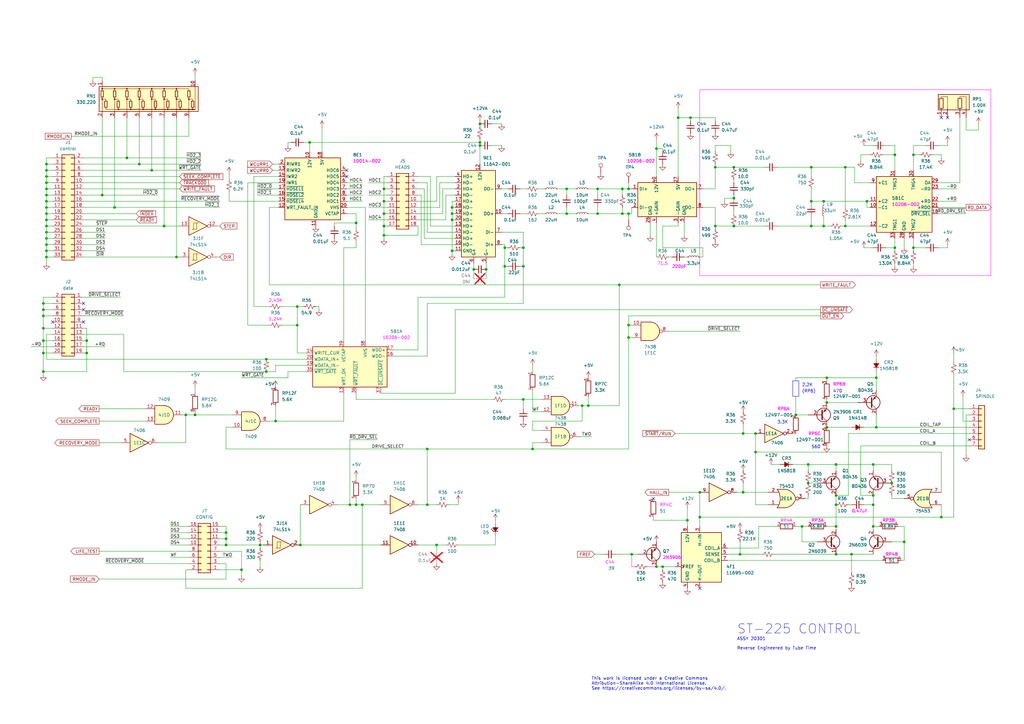
<source format=kicad_sch>
(kicad_sch (version 20230121) (generator eeschema)
  (paper "A3")
  (junction (at 19.05 77.47))
  (junction (at 257.81 133.35))
  (junction (at 17.78 134.62))
  (junction (at 19.05 67.31))
  (junction (at 19.05 82.55))
  (junction (at 358.14 190.5))
  (junction (at 127 58.42))
  (junction (at 113.03 172.72))
  (junction (at 359.41 175.26))
  (junction (at 194.31 110.49))
  (junction (at 331.47 198.12))
  (junction (at 241.3 166.37))
  (junction (at 271.78 232.41))
  (junction (at 123.19 223.52))
  (junction (at 342.9 227.33))
  (junction (at 328.93 215.9))
  (junction (at 342.9 207.01))
  (junction (at 257.81 77.47))
  (junction (at 92.71 223.52))
  (junction (at 17.78 144.78))
  (junction (at 232.41 87.63))
  (junction (at 121.92 133.35))
  (junction (at 218.44 184.15))
  (junction (at 358.14 203.2))
  (junction (at 374.65 101.6))
  (junction (at 19.05 85.09))
  (junction (at 339.09 154.94))
  (junction (at 41.91 80.01))
  (junction (at 342.9 215.9))
  (junction (at 214.63 163.83))
  (junction (at 196.85 58.42))
  (junction (at 72.39 105.41))
  (junction (at 157.48 87.63))
  (junction (at 238.76 166.37))
  (junction (at 304.8 201.93))
  (junction (at 185.42 87.63))
  (junction (at 326.39 170.18))
  (junction (at 175.26 207.01))
  (junction (at 17.78 152.4))
  (junction (at 254 116.84))
  (junction (at 309.88 185.42))
  (junction (at 185.42 85.09))
  (junction (at 346.71 92.71))
  (junction (at 19.05 90.17))
  (junction (at 346.71 68.58))
  (junction (at 19.05 74.93))
  (junction (at 300.99 92.71))
  (junction (at 19.05 105.41))
  (junction (at 367.03 101.6))
  (junction (at 370.84 222.25))
  (junction (at 76.2 170.18))
  (junction (at 300.99 81.28))
  (junction (at 358.14 215.9))
  (junction (at 19.05 92.71))
  (junction (at 19.05 72.39))
  (junction (at 92.71 220.98))
  (junction (at 293.37 68.58))
  (junction (at 349.25 227.33))
  (junction (at 157.48 92.71))
  (junction (at 185.42 90.17))
  (junction (at 339.09 165.1))
  (junction (at 146.05 91.44))
  (junction (at 92.71 218.44))
  (junction (at 337.82 92.71))
  (junction (at 367.03 63.5))
  (junction (at 148.59 207.01))
  (junction (at 214.63 101.6))
  (junction (at 337.82 82.55))
  (junction (at 19.05 97.79))
  (junction (at 269.24 232.41))
  (junction (at 257.81 138.43))
  (junction (at 196.85 59.69))
  (junction (at 309.88 177.8))
  (junction (at 245.11 87.63))
  (junction (at 80.01 170.18))
  (junction (at 106.68 223.52))
  (junction (at 257.81 87.63))
  (junction (at 17.78 139.7))
  (junction (at 332.74 92.71))
  (junction (at 62.23 69.85))
  (junction (at 359.41 154.94))
  (junction (at 278.13 48.26))
  (junction (at 300.99 68.58))
  (junction (at 199.39 110.49))
  (junction (at 358.14 207.01))
  (junction (at 332.74 82.55))
  (junction (at 19.05 87.63))
  (junction (at 99.06 233.68))
  (junction (at 342.9 190.5))
  (junction (at 304.8 177.8))
  (junction (at 52.07 64.77))
  (junction (at 386.08 212.09))
  (junction (at 355.6 82.55))
  (junction (at 207.01 109.22))
  (junction (at 157.48 77.47))
  (junction (at 255.27 87.63))
  (junction (at 146.05 207.01))
  (junction (at 17.78 127))
  (junction (at 143.51 207.01))
  (junction (at 19.05 80.01))
  (junction (at 57.15 67.31))
  (junction (at 109.22 152.4))
  (junction (at 35.56 144.78))
  (junction (at 19.05 69.85))
  (junction (at 157.48 96.52))
  (junction (at 35.56 139.7))
  (junction (at 121.92 125.73))
  (junction (at 196.85 50.8))
  (junction (at 365.76 198.12))
  (junction (at 287.02 212.09))
  (junction (at 283.21 48.26))
  (junction (at 339.09 175.26))
  (junction (at 19.05 102.87))
  (junction (at 214.63 109.22))
  (junction (at 17.78 124.46))
  (junction (at 293.37 92.71))
  (junction (at 185.42 102.87))
  (junction (at 303.53 227.33))
  (junction (at 157.48 82.55))
  (junction (at 374.65 63.5))
  (junction (at 19.05 95.25))
  (junction (at 281.94 213.36))
  (junction (at 19.05 100.33))
  (junction (at 179.07 223.52))
  (junction (at 245.11 77.47))
  (junction (at 175.26 184.15))
  (junction (at 109.22 147.32))
  (junction (at 332.74 68.58))
  (junction (at 269.24 60.96))
  (junction (at 46.99 85.09))
  (junction (at 67.31 92.71))
  (junction (at 232.41 77.47))
  (junction (at 255.27 77.47))
  (junction (at 331.47 190.5))
  (junction (at 391.16 167.64))
  (junction (at 207.01 101.6))
  (junction (at 17.78 129.54))
  (junction (at 287.02 201.93))
  (junction (at 342.9 203.2))
  (junction (at 259.08 227.33))
  (no_connect (at 267.97 204.47))
  (no_connect (at 34.29 124.46))
  (no_connect (at 287.02 241.3))
  (no_connect (at 21.59 132.08))
  (no_connect (at 34.29 127))
  (no_connect (at 142.24 72.39))
  (no_connect (at 386.08 48.26))
  (no_connect (at 34.29 132.08))
  (no_connect (at 142.24 69.85))
  (no_connect (at 388.62 48.26))
  (no_connect (at 397.51 180.34))
  (wire (pts (xy 331.47 190.5) (xy 342.9 190.5)))
  (wire (pts (xy 218.44 181.61) (xy 222.25 181.61)))
  (wire (pts (xy 175.26 207.01) (xy 179.07 207.01)))
  (wire (pts (xy 113.03 172.72) (xy 113.03 166.37)))
  (wire (pts (xy 118.11 152.4) (xy 118.11 154.94)))
  (wire (pts (xy 255.27 80.01) (xy 255.27 77.47)))
  (wire (pts (xy 257.81 133.35) (xy 259.08 133.35)))
  (wire (pts (xy 213.36 87.63) (xy 215.9 87.63)))
  (wire (pts (xy 257.81 87.63) (xy 257.81 90.17)))
  (wire (pts (xy 146.05 195.58) (xy 146.05 196.85)))
  (wire (pts (xy 365.76 190.5) (xy 365.76 193.04)))
  (wire (pts (xy 38.1 31.75) (xy 38.1 33.02)))
  (wire (pts (xy 17.78 152.4) (xy 35.56 152.4)))
  (wire (pts (xy 19.05 95.25) (xy 21.59 95.25)))
  (wire (pts (xy 19.05 137.16) (xy 21.59 137.16)))
  (wire (pts (xy 374.65 101.6) (xy 374.65 97.79)))
  (wire (pts (xy 259.08 227.33) (xy 259.08 232.41)) (stroke (width 0) (color 255 0 255 1)))
  (wire (pts (xy 184.15 207.01) (xy 187.96 207.01)))
  (wire (pts (xy 214.63 95.25) (xy 214.63 101.6)))
  (wire (pts (xy 146.05 91.44) (xy 146.05 93.98)))
  (wire (pts (xy 293.37 85.09) (xy 288.29 85.09)))
  (wire (pts (xy 92.71 218.44) (xy 90.17 218.44)))
  (wire (pts (xy 19.05 85.09) (xy 21.59 85.09)))
  (wire (pts (xy 92.71 223.52) (xy 106.68 223.52)))
  (wire (pts (xy 311.15 215.9) (xy 311.15 224.79)))
  (wire (pts (xy 394.97 162.56) (xy 394.97 172.72)))
  (wire (pts (xy 386.08 63.5) (xy 386.08 64.77)))
  (wire (pts (xy 374.65 59.69) (xy 374.65 63.5)))
  (wire (pts (xy 171.45 85.09) (xy 180.34 85.09)))
  (wire (pts (xy 350.52 68.58) (xy 350.52 74.93)))
  (wire (pts (xy 80.01 170.18) (xy 95.25 170.18)))
  (wire (pts (xy 143.51 207.01) (xy 146.05 207.01)))
  (wire (pts (xy 40.64 181.61) (xy 49.53 181.61)))
  (wire (pts (xy 19.05 74.93) (xy 19.05 77.47)))
  (wire (pts (xy 328.93 215.9) (xy 328.93 222.25)))
  (wire (pts (xy 106.68 229.87) (xy 106.68 232.41)))
  (wire (pts (xy 129.54 125.73) (xy 130.81 125.73)))
  (wire (pts (xy 271.78 92.71) (xy 278.13 92.71)))
  (wire (pts (xy 19.05 87.63) (xy 19.05 90.17)))
  (wire (pts (xy 298.45 224.79) (xy 311.15 224.79)))
  (wire (pts (xy 396.24 170.18) (xy 396.24 186.69)))
  (wire (pts (xy 62.23 69.85) (xy 82.55 69.85)))
  (wire (pts (xy 260.35 232.41) (xy 259.08 232.41)) (stroke (width 0) (color 255 0 255 1)))
  (wire (pts (xy 143.51 180.34) (xy 143.51 207.01)))
  (wire (pts (xy 309.88 207.01) (xy 309.88 185.42)))
  (wire (pts (xy 151.13 90.17) (xy 158.75 90.17)))
  (wire (pts (xy 142.24 74.93) (xy 148.59 74.93)))
  (wire (pts (xy 370.84 229.87) (xy 369.57 229.87)))
  (wire (pts (xy 269.24 60.96) (xy 271.78 60.96)))
  (wire (pts (xy 124.46 58.42) (xy 127 58.42)))
  (wire (pts (xy 332.74 77.47) (xy 332.74 82.55)))
  (wire (pts (xy 347.98 207.01) (xy 349.25 207.01)))
  (wire (pts (xy 358.14 190.5) (xy 358.14 193.04)))
  (wire (pts (xy 121.92 125.73) (xy 121.92 133.35)))
  (wire (pts (xy 368.3 215.9) (xy 370.84 215.9)))
  (wire (pts (xy 384.81 87.63) (xy 396.24 87.63)))
  (wire (pts (xy 339.09 165.1) (xy 351.79 165.1)))
  (wire (pts (xy 339.09 215.9) (xy 342.9 215.9)))
  (wire (pts (xy 171.45 121.92) (xy 207.01 121.92)))
  (wire (pts (xy 80.01 30.48) (xy 80.01 33.02)))
  (wire (pts (xy 354.33 101.6) (xy 358.14 101.6)))
  (wire (pts (xy 196.85 50.8) (xy 196.85 52.07)))
  (wire (pts (xy 367.03 63.5) (xy 367.03 69.85)))
  (wire (pts (xy 196.85 59.69) (xy 196.85 67.31)))
  (wire (pts (xy 359.41 160.02) (xy 359.41 154.94)))
  (wire (pts (xy 318.77 92.71) (xy 332.74 92.71)))
  (wire (pts (xy 337.82 82.55) (xy 355.6 82.55)))
  (wire (pts (xy 303.53 227.33) (xy 312.42 227.33)))
  (wire (pts (xy 101.6 133.35) (xy 110.49 133.35)))
  (wire (pts (xy 142.24 87.63) (xy 146.05 87.63)))
  (wire (pts (xy 146.05 101.6) (xy 146.05 99.06)))
  (wire (pts (xy 245.11 85.09) (xy 245.11 87.63)))
  (wire (pts (xy 34.29 82.55) (xy 90.17 82.55)))
  (wire (pts (xy 257.81 74.93) (xy 257.81 77.47)))
  (wire (pts (xy 185.42 90.17) (xy 186.69 90.17)))
  (wire (pts (xy 281.94 208.28) (xy 281.94 213.36)))
  (wire (pts (xy 382.27 63.5) (xy 386.08 63.5)))
  (wire (pts (xy 111.76 67.31) (xy 114.3 67.31)))
  (wire (pts (xy 157.48 82.55) (xy 157.48 87.63)))
  (wire (pts (xy 148.59 241.3) (xy 148.59 207.01)))
  (wire (pts (xy 19.05 67.31) (xy 21.59 67.31)))
  (wire (pts (xy 214.63 163.83) (xy 222.25 163.83)))
  (wire (pts (xy 274.32 105.41) (xy 275.59 105.41)))
  (wire (pts (xy 281.94 213.36) (xy 281.94 215.9)))
  (wire (pts (xy 293.37 68.58) (xy 293.37 67.31)))
  (wire (pts (xy 171.45 207.01) (xy 175.26 207.01)))
  (wire (pts (xy 19.05 69.85) (xy 21.59 69.85)))
  (wire (pts (xy 396.24 48.26) (xy 396.24 53.34)))
  (wire (pts (xy 388.62 58.42) (xy 388.62 59.69)))
  (wire (pts (xy 257.81 77.47) (xy 255.27 77.47)))
  (wire (pts (xy 302.26 201.93) (xy 304.8 201.93)))
  (wire (pts (xy 304.8 177.8) (xy 309.88 177.8)))
  (wire (pts (xy 132.08 52.07) (xy 132.08 62.23)))
  (wire (pts (xy 328.93 222.25) (xy 335.28 222.25)))
  (wire (pts (xy 356.87 85.09) (xy 355.6 85.09)))
  (wire (pts (xy 241.3 77.47) (xy 245.11 77.47)))
  (wire (pts (xy 266.7 91.44) (xy 266.7 96.52)))
  (wire (pts (xy 287.02 105.41) (xy 288.29 105.41)))
  (wire (pts (xy 342.9 207.01) (xy 342.9 215.9)))
  (wire (pts (xy 115.57 125.73) (xy 121.92 125.73)))
  (wire (pts (xy 280.67 91.44) (xy 280.67 96.52)))
  (wire (pts (xy 50.8 137.16) (xy 50.8 152.4)))
  (wire (pts (xy 69.85 220.98) (xy 77.47 220.98)))
  (wire (pts (xy 254 116.84) (xy 336.55 116.84)))
  (wire (pts (xy 220.98 87.63) (xy 223.52 87.63)))
  (wire (pts (xy 19.05 90.17) (xy 21.59 90.17)))
  (wire (pts (xy 151.13 80.01) (xy 158.75 80.01)))
  (wire (pts (xy 274.32 135.89) (xy 303.53 135.89)))
  (wire (pts (xy 207.01 101.6) (xy 208.28 101.6)))
  (wire (pts (xy 259.08 227.33) (xy 261.62 227.33)))
  (wire (pts (xy 99.06 233.68) (xy 99.06 236.22)))
  (wire (pts (xy 157.48 92.71) (xy 158.75 92.71)))
  (wire (pts (xy 92.71 220.98) (xy 92.71 223.52)))
  (wire (pts (xy 69.85 223.52) (xy 77.47 223.52)))
  (wire (pts (xy 283.21 49.53) (xy 283.21 48.26)))
  (wire (pts (xy 101.6 74.93) (xy 114.3 74.93)))
  (wire (pts (xy 201.93 50.8) (xy 205.74 50.8)))
  (wire (pts (xy 228.6 77.47) (xy 232.41 77.47)))
  (wire (pts (xy 17.78 121.92) (xy 17.78 124.46)))
  (wire (pts (xy 203.2 213.36) (xy 203.2 214.63)))
  (wire (pts (xy 157.48 96.52) (xy 157.48 97.79)))
  (wire (pts (xy 143.51 180.34) (xy 154.94 180.34)))
  (wire (pts (xy 207.01 100.33) (xy 207.01 101.6)))
  (wire (pts (xy 180.34 74.93) (xy 186.69 74.93)))
  (wire (pts (xy 304.8 198.12) (xy 304.8 201.93)))
  (wire (pts (xy 34.29 92.71) (xy 67.31 92.71)))
  (wire (pts (xy 142.24 80.01) (xy 148.59 80.01)))
  (wire (pts (xy 318.77 68.58) (xy 332.74 68.58)))
  (wire (pts (xy 171.45 87.63) (xy 181.61 87.63)))
  (wire (pts (xy 370.84 222.25) (xy 365.76 222.25)))
  (wire (pts (xy 73.66 105.41) (xy 72.39 105.41)))
  (wire (pts (xy 331.47 198.12) (xy 335.28 198.12)))
  (wire (pts (xy 353.06 203.2) (xy 358.14 203.2)))
  (wire (pts (xy 35.56 139.7) (xy 35.56 144.78)))
  (wire (pts (xy 142.24 82.55) (xy 148.59 82.55)))
  (wire (pts (xy 370.84 215.9) (xy 370.84 222.25)))
  (wire (pts (xy 19.05 77.47) (xy 21.59 77.47)))
  (wire (pts (xy 111.76 69.85) (xy 114.3 69.85)))
  (wire (pts (xy 287.02 212.09) (xy 287.02 215.9)))
  (wire (pts (xy 386.08 207.01) (xy 386.08 212.09)))
  (wire (pts (xy 298.45 227.33) (xy 303.53 227.33)))
  (wire (pts (xy 171.45 72.39) (xy 176.53 72.39)))
  (wire (pts (xy 92.71 184.15) (xy 175.26 184.15)))
  (wire (pts (xy 300.99 87.63) (xy 300.99 86.36)))
  (wire (pts (xy 314.96 207.01) (xy 309.88 207.01)))
  (wire (pts (xy 342.9 227.33) (xy 349.25 227.33)))
  (wire (pts (xy 222.25 176.53) (xy 218.44 176.53)))
  (wire (pts (xy 339.09 154.94) (xy 359.41 154.94)))
  (wire (pts (xy 332.74 68.58) (xy 346.71 68.58)))
  (wire (pts (xy 313.69 92.71) (xy 300.99 92.71)))
  (wire (pts (xy 207.01 121.92) (xy 207.01 109.22)))
  (wire (pts (xy 34.29 105.41) (xy 72.39 105.41)))
  (wire (pts (xy 92.71 220.98) (xy 90.17 220.98)))
  (wire (pts (xy 287.02 212.09) (xy 386.08 212.09)))
  (wire (pts (xy 34.29 90.17) (xy 55.88 90.17)))
  (wire (pts (xy 396.24 53.34) (xy 401.32 53.34)))
  (wire (pts (xy 304.8 201.93) (xy 314.96 201.93)))
  (wire (pts (xy 137.16 91.44) (xy 146.05 91.44)))
  (wire (pts (xy 148.59 207.01) (xy 156.21 207.01)))
  (wire (pts (xy 370.84 222.25) (xy 370.84 229.87)))
  (wire (pts (xy 218.44 149.86) (xy 218.44 152.4)))
  (wire (pts (xy 208.28 109.22) (xy 207.01 109.22)))
  (wire (pts (xy 254 166.37) (xy 241.3 166.37)))
  (wire (pts (xy 186.69 161.29) (xy 186.69 127)))
  (wire (pts (xy 337.82 92.71) (xy 340.36 92.71)))
  (wire (pts (xy 157.48 87.63) (xy 157.48 92.71)))
  (wire (pts (xy 34.29 137.16) (xy 50.8 137.16)))
  (wire (pts (xy 354.33 175.26) (xy 359.41 175.26)))
  (wire (pts (xy 367.03 101.6) (xy 367.03 102.87)))
  (wire (pts (xy 19.05 92.71) (xy 21.59 92.71)))
  (wire (pts (xy 90.17 231.14) (xy 92.71 231.14)))
  (wire (pts (xy 309.88 185.42) (xy 386.08 185.42)))
  (wire (pts (xy 125.73 144.78) (xy 121.92 144.78)))
  (wire (pts (xy 391.16 167.64) (xy 397.51 167.64)))
  (wire (pts (xy 384.81 85.09) (xy 396.24 85.09)))
  (wire (pts (xy 182.88 90.17) (xy 182.88 80.01)))
  (wire (pts (xy 218.44 176.53) (xy 218.44 172.72)))
  (wire (pts (xy 158.75 72.39) (xy 157.48 72.39)))
  (wire (pts (xy 35.56 144.78) (xy 35.56 152.4)))
  (wire (pts (xy 19.05 92.71) (xy 19.05 95.25)))
  (wire (pts (xy 17.78 134.62) (xy 21.59 134.62)))
  (wire (pts (xy 88.9 105.41) (xy 90.17 105.41)))
  (wire (pts (xy 176.53 72.39) (xy 176.53 92.71)))
  (wire (pts (xy 105.41 80.01) (xy 114.3 80.01)))
  (wire (pts (xy 19.05 64.77) (xy 21.59 64.77)))
  (wire (pts (xy 254 116.84) (xy 254 166.37)))
  (wire (pts (xy 386.08 201.93) (xy 386.08 185.42)))
  (wire (pts (xy 57.15 67.31) (xy 82.55 67.31)))
  (wire (pts (xy 17.78 124.46) (xy 21.59 124.46)))
  (wire (pts (xy 207.01 101.6) (xy 207.01 109.22)))
  (wire (pts (xy 356.87 63.5) (xy 353.06 63.5)))
  (wire (pts (xy 175.26 184.15) (xy 175.26 207.01)))
  (wire (pts (xy 19.05 74.93) (xy 21.59 74.93)))
  (wire (pts (xy 332.74 92.71) (xy 332.74 88.9)))
  (wire (pts (xy 213.36 101.6) (xy 214.63 101.6)))
  (wire (pts (xy 110.49 85.09) (xy 110.49 116.84)))
  (wire (pts (xy 299.72 59.69) (xy 293.37 59.69)))
  (wire (pts (xy 358.14 207.01) (xy 354.33 207.01)))
  (wire (pts (xy 278.13 48.26) (xy 283.21 48.26)))
  (wire (pts (xy 347.98 177.8) (xy 347.98 203.2)))
  (wire (pts (xy 384.81 77.47) (xy 392.43 77.47)))
  (wire (pts (xy 41.91 80.01) (xy 34.29 80.01)))
  (wire (pts (xy 105.41 77.47) (xy 114.3 77.47)))
  (wire (pts (xy 19.05 72.39) (xy 21.59 72.39)))
  (wire (pts (xy 287.02 212.09) (xy 287.02 201.93)))
  (wire (pts (xy 19.05 105.41) (xy 21.59 105.41)))
  (wire (pts (xy 175.26 74.93) (xy 175.26 95.25)))
  (wire (pts (xy 218.44 181.61) (xy 218.44 184.15)))
  (wire (pts (xy 19.05 69.85) (xy 19.05 72.39)))
  (wire (pts (xy 64.77 181.61) (xy 76.2 181.61)))
  (wire (pts (xy 241.3 166.37) (xy 238.76 166.37)))
  (wire (pts (xy 19.05 80.01) (xy 19.05 82.55)))
  (wire (pts (xy 332.74 82.55) (xy 332.74 83.82)))
  (wire (pts (xy 180.34 85.09) (xy 180.34 74.93)))
  (wire (pts (xy 176.53 92.71) (xy 186.69 92.71)))
  (wire (pts (xy 331.47 190.5) (xy 325.12 190.5)))
  (wire (pts (xy 241.3 162.56) (xy 241.3 166.37)))
  (wire (pts (xy 77.47 55.88) (xy 77.47 48.26)))
  (wire (pts (xy 127 58.42) (xy 127 62.23)))
  (wire (pts (xy 157.48 82.55) (xy 158.75 82.55)))
  (wire (pts (xy 185.42 87.63) (xy 186.69 87.63)))
  (wire (pts (xy 278.13 44.45) (xy 278.13 48.26)))
  (wire (pts (xy 146.05 204.47) (xy 146.05 207.01)))
  (wire (pts (xy 218.44 172.72) (xy 238.76 172.72)))
  (wire (pts (xy 309.88 177.8) (xy 309.88 185.42)))
  (wire (pts (xy 138.43 207.01) (xy 143.51 207.01)))
  (wire (pts (xy 358.14 190.5) (xy 365.76 190.5)))
  (wire (pts (xy 140.97 101.6) (xy 146.05 101.6)))
  (wire (pts (xy 157.48 96.52) (xy 171.45 96.52)))
  (wire (pts (xy 123.19 223.52) (xy 123.19 207.01)))
  (wire (pts (xy 179.07 226.06) (xy 179.07 223.52)))
  (wire (pts (xy 205.74 77.47) (xy 208.28 77.47)))
  (wire (pts (xy 175.26 95.25) (xy 186.69 95.25)))
  (wire (pts (xy 194.31 110.49) (xy 194.31 114.3)))
  (wire (pts (xy 17.78 127) (xy 17.78 129.54)))
  (wire (pts (xy 370.84 204.47) (xy 365.76 204.47)))
  (wire (pts (xy 19.05 95.25) (xy 19.05 97.79)))
  (wire (pts (xy 92.71 175.26) (xy 92.71 184.15)))
  (wire (pts (xy 113.03 152.4) (xy 113.03 149.86)))
  (wire (pts (xy 34.29 142.24) (xy 43.18 142.24)))
  (wire (pts (xy 330.2 204.47) (xy 331.47 204.47)))
  (wire (pts (xy 171.45 223.52) (xy 179.07 223.52)))
  (wire (pts (xy 278.13 48.26) (xy 278.13 72.39)))
  (wire (pts (xy 196.85 57.15) (xy 196.85 58.42)))
  (wire (pts (xy 157.48 92.71) (xy 157.48 96.52)))
  (wire (pts (xy 19.05 82.55) (xy 19.05 85.09)))
  (wire (pts (xy 140.97 172.72) (xy 113.03 172.72)))
  (wire (pts (xy 173.99 77.47) (xy 173.99 97.79)))
  (wire (pts (xy 19.05 90.17) (xy 19.05 92.71)))
  (wire (pts (xy 171.45 80.01) (xy 172.72 80.01)))
  (wire (pts (xy 238.76 166.37) (xy 237.49 166.37)))
  (wire (pts (xy 161.29 143.51) (xy 171.45 143.51)))
  (wire (pts (xy 271.78 92.71) (xy 271.78 101.6)))
  (wire (pts (xy 297.18 81.28) (xy 297.18 82.55)))
  (wire (pts (xy 245.11 77.47) (xy 245.11 80.01)))
  (wire (pts (xy 76.2 170.18) (xy 74.93 170.18)))
  (wire (pts (xy 151.13 74.93) (xy 158.75 74.93)))
  (wire (pts (xy 241.3 87.63) (xy 245.11 87.63)))
  (wire (pts (xy 106.68 222.25) (xy 106.68 223.52)))
  (wire (pts (xy 92.71 223.52) (xy 90.17 223.52)))
  (wire (pts (xy 300.99 74.93) (xy 300.99 73.66)))
  (wire (pts (xy 157.48 77.47) (xy 158.75 77.47)))
  (wire (pts (xy 232.41 77.47) (xy 232.41 80.01)))
  (wire (pts (xy 157.48 87.63) (xy 158.75 87.63)))
  (wire (pts (xy 119.38 58.42) (xy 118.11 58.42)))
  (wire (pts (xy 342.9 203.2) (xy 347.98 203.2)))
  (wire (pts (xy 293.37 68.58) (xy 293.37 77.47)))
  (wire (pts (xy 218.44 160.02) (xy 218.44 168.91)))
  (wire (pts (xy 255.27 87.63) (xy 245.11 87.63)))
  (wire (pts (xy 142.24 85.09) (xy 149.86 85.09)))
  (wire (pts (xy 271.78 62.23) (xy 271.78 60.96)))
  (wire (pts (xy 300.99 80.01) (xy 300.99 81.28)))
  (wire (pts (xy 21.59 121.92) (xy 17.78 121.92)))
  (wire (pts (xy 115.57 133.35) (xy 121.92 133.35)))
  (wire (pts (xy 257.81 184.15) (xy 257.81 138.43)))
  (wire (pts (xy 173.99 97.79) (xy 186.69 97.79)))
  (wire (pts (xy 388.62 100.33) (xy 388.62 101.6)))
  (wire (pts (xy 218.44 168.91) (xy 222.25 168.91)))
  (wire (pts (xy 276.86 177.8) (xy 304.8 177.8)))
  (wire (pts (xy 349.25 227.33) (xy 358.14 227.33)))
  (wire (pts (xy 106.68 223.52) (xy 107.95 223.52)))
  (wire (pts (xy 185.42 102.87) (xy 186.69 102.87)))
  (wire (pts (xy 355.6 82.55) (xy 356.87 82.55)))
  (wire (pts (xy 19.05 80.01) (xy 21.59 80.01)))
  (wire (pts (xy 293.37 92.71) (xy 300.99 92.71)))
  (wire (pts (xy 331.47 193.04) (xy 331.47 190.5)))
  (wire (pts (xy 293.37 59.69) (xy 293.37 62.23)))
  (wire (pts (xy 331.47 204.47) (xy 331.47 203.2)))
  (wire (pts (xy 17.78 124.46) (xy 17.78 127)))
  (wire (pts (xy 90.17 228.6) (xy 95.25 228.6)))
  (wire (pts (xy 271.78 101.6) (xy 288.29 101.6)))
  (wire (pts (xy 34.29 144.78) (xy 35.56 144.78)))
  (wire (pts (xy 182.88 80.01) (xy 186.69 80.01)))
  (wire (pts (xy 69.85 218.44) (xy 77.47 218.44)))
  (wire (pts (xy 106.68 223.52) (xy 106.68 224.79)))
  (wire (pts (xy 19.05 72.39) (xy 19.05 74.93)))
  (wire (pts (xy 255.27 85.09) (xy 255.27 87.63)))
  (wire (pts (xy 110.49 172.72) (xy 113.03 172.72)))
  (wire (pts (xy 109.22 152.4) (xy 113.03 152.4)))
  (wire (pts (xy 232.41 85.09) (xy 232.41 87.63)))
  (wire (pts (xy 99.06 226.06) (xy 99.06 233.68)))
  (wire (pts (xy 257.81 133.35) (xy 257.81 138.43)))
  (wire (pts (xy 353.06 182.88) (xy 397.51 182.88)))
  (wire (pts (xy 203.2 219.71) (xy 203.2 223.52)))
  (wire (pts (xy 171.45 77.47) (xy 173.99 77.47)))
  (wire (pts (xy 346.71 68.58) (xy 350.52 68.58)))
  (wire (pts (xy 255.27 77.47) (xy 245.11 77.47)))
  (wire (pts (xy 34.29 74.93) (xy 73.66 74.93)))
  (wire (pts (xy 342.9 190.5) (xy 358.14 190.5)))
  (wire (pts (xy 339.09 154.94) (xy 326.39 154.94)))
  (wire (pts (xy 99.06 154.94) (xy 118.11 154.94)))
  (wire (pts (xy 358.14 215.9) (xy 360.68 215.9)))
  (wire (pts (xy 92.71 215.9) (xy 92.71 218.44)))
  (wire (pts (xy 146.05 163.83) (xy 201.93 163.83)))
  (wire (pts (xy 185.42 85.09) (xy 185.42 82.55)))
  (wire (pts (xy 76.2 241.3) (xy 148.59 241.3)))
  (wire (pts (xy 19.05 64.77) (xy 19.05 67.31)))
  (wire (pts (xy 146.05 161.29) (xy 146.05 163.83)))
  (wire (pts (xy 41.91 31.75) (xy 38.1 31.75)))
  (wire (pts (xy 41.91 80.01) (xy 64.77 80.01)))
  (wire (pts (xy 397.51 170.18) (xy 396.24 170.18)))
  (wire (pts (xy 90.17 226.06) (xy 99.06 226.06)))
  (wire (pts (xy 185.42 90.17) (xy 185.42 87.63)))
  (wire (pts (xy 43.18 231.14) (xy 77.47 231.14)))
  (wire (pts (xy 19.05 77.47) (xy 19.05 80.01)))
  (wire (pts (xy 19.05 100.33) (xy 21.59 100.33)))
  (wire (pts (xy 19.05 102.87) (xy 21.59 102.87)))
  (wire (pts (xy 259.08 85.09) (xy 259.08 87.63)))
  (wire (pts (xy 269.24 60.96) (xy 269.24 72.39)))
  (wire (pts (xy 19.05 102.87) (xy 19.05 105.41)))
  (wire (pts (xy 46.99 48.26) (xy 46.99 85.09)))
  (wire (pts (xy 110.49 85.09) (xy 114.3 85.09)))
  (wire (pts (xy 72.39 48.26) (xy 72.39 105.41)))
  (wire (pts (xy 379.73 59.69) (xy 374.65 59.69)))
  (wire (pts (xy 19.05 147.32) (xy 19.05 137.16)))
  (wire (pts (xy 359.41 146.05) (xy 359.41 147.32)))
  (wire (pts (xy 57.15 67.31) (xy 57.15 48.26)))
  (wire (pts (xy 19.05 87.63) (xy 21.59 87.63)))
  (wire (pts (xy 304.8 173.99) (xy 304.8 177.8)))
  (wire (pts (xy 346.71 90.17) (xy 346.71 92.71)))
  (wire (pts (xy 325.12 177.8) (xy 326.39 177.8)))
  (wire (pts (xy 19.05 85.09) (xy 19.05 87.63)))
  (wire (pts (xy 34.29 85.09) (xy 46.99 85.09)))
  (wire (pts (xy 232.41 87.63) (xy 236.22 87.63)))
  (wire (pts (xy 220.98 77.47) (xy 223.52 77.47)))
  (wire (pts (xy 34.29 64.77) (xy 52.07 64.77)))
  (wire (pts (xy 34.29 97.79) (xy 43.18 97.79)))
  (wire (pts (xy 140.97 161.29) (xy 140.97 172.72)))
  (wire (pts (xy 265.43 232.41) (xy 269.24 232.41)) (stroke (width 0) (color 255 0 255 1)))
  (wire (pts (xy 283.21 48.26) (xy 293.37 48.26)))
  (wire (pts (xy 328.93 215.9) (xy 331.47 215.9)))
  (wire (pts (xy 19.05 97.79) (xy 21.59 97.79)))
  (wire (pts (xy 34.29 77.47) (xy 73.66 77.47)))
  (wire (pts (xy 157.48 77.47) (xy 157.48 82.55)))
  (wire (pts (xy 243.84 227.33) (xy 247.65 227.33)))
  (wire (pts (xy 185.42 82.55) (xy 186.69 82.55)))
  (wire (pts (xy 252.73 227.33) (xy 259.08 227.33)))
  (wire (pts (xy 40.64 167.64) (xy 59.69 167.64)))
  (wire (pts (xy 181.61 87.63) (xy 181.61 77.47)))
  (wire (pts (xy 92.71 218.44) (xy 92.71 220.98)))
  (wire (pts (xy 214.63 101.6) (xy 214.63 109.22)))
  (wire (pts (xy 34.29 134.62) (xy 35.56 134.62)))
  (wire (pts (xy 62.23 69.85) (xy 62.23 48.26)))
  (wire (pts (xy 391.16 148.59) (xy 391.16 144.78)))
  (wire (pts (xy 359.41 152.4) (xy 359.41 154.94)))
  (wire (pts (xy 40.64 237.49) (xy 92.71 237.49)))
  (wire (pts (xy 300.99 68.58) (xy 313.69 68.58)))
  (wire (pts (xy 127 58.42) (xy 196.85 58.42)))
  (wire (pts (xy 12.7 142.24) (xy 21.59 142.24)))
  (wire (pts (xy 257.81 77.47) (xy 259.08 77.47)))
  (wire (pts (xy 337.82 88.9) (xy 337.82 92.71)))
  (wire (pts (xy 349.25 227.33) (xy 349.25 234.95)))
  (wire (pts (xy 77.47 233.68) (xy 76.2 233.68)))
  (wire (pts (xy 303.53 222.25) (xy 303.53 227.33)))
  (wire (pts (xy 171.45 143.51) (xy 171.45 121.92)))
  (wire (pts (xy 257.81 87.63) (xy 255.27 87.63)))
  (wire (pts (xy 397.51 172.72) (xy 394.97 172.72)))
  (wire (pts (xy 196.85 58.42) (xy 196.85 59.69)))
  (wire (pts (xy 363.22 101.6) (xy 367.03 101.6)))
  (wire (pts (xy 205.74 100.33) (xy 207.01 100.33)))
  (wire (pts (xy 123.19 223.52) (xy 156.21 223.52)))
  (wire (pts (xy 17.78 134.62) (xy 17.78 139.7)))
  (wire (pts (xy 109.22 147.32) (xy 125.73 147.32)))
  (wire (pts (xy 384.81 101.6) (xy 388.62 101.6)))
  (wire (pts (xy 17.78 152.4) (xy 17.78 153.67)))
  (wire (pts (xy 293.37 77.47) (xy 288.29 77.47)))
  (wire (pts (xy 379.73 101.6) (xy 374.65 101.6)))
  (wire (pts (xy 326.39 154.94) (xy 326.39 156.21)))
  (wire (pts (xy 179.07 72.39) (xy 186.69 72.39)))
  (wire (pts (xy 80.01 158.75) (xy 80.01 161.29)))
  (wire (pts (xy 339.09 163.83) (xy 339.09 165.1)))
  (wire (pts (xy 326.39 162.56) (xy 326.39 170.18)))
  (wire (pts (xy 140.97 101.6) (xy 140.97 139.7)))
  (wire (pts (xy 293.37 92.71) (xy 293.37 93.98)))
  (wire (pts (xy 346.71 68.58) (xy 346.71 85.09)))
  (wire (pts (xy 353.06 63.5) (xy 353.06 66.04)))
  (wire (pts (xy 213.36 77.47) (xy 215.9 77.47)))
  (wire (pts (xy 393.7 48.26) (xy 393.7 74.93)))
  (wire (pts (xy 326.39 215.9) (xy 328.93 215.9)))
  (wire (pts (xy 374.65 107.95) (xy 374.65 109.22)))
  (wire (pts (xy 171.45 90.17) (xy 182.88 90.17)))
  (wire (pts (xy 342.9 190.5) (xy 342.9 193.04)))
  (wire (pts (xy 181.61 77.47) (xy 186.69 77.47)))
  (wire (pts (xy 342.9 215.9) (xy 342.9 217.17)))
  (wire (pts (xy 67.31 48.26) (xy 67.31 92.71)))
  (wire (pts (xy 370.84 97.79) (xy 370.84 101.6)))
  (wire (pts (xy 19.05 67.31) (xy 19.05 69.85)))
  (wire (pts (xy 353.06 203.2) (xy 353.06 182.88)))
  (wire (pts (xy 17.78 129.54) (xy 17.78 134.62)))
  (wire (pts (xy 175.26 184.15) (xy 218.44 184.15)))
  (wire (pts (xy 34.29 67.31) (xy 57.15 67.31)))
  (wire (pts (xy 104.14 72.39) (xy 114.3 72.39)))
  (wire (pts (xy 76.2 170.18) (xy 76.2 181.61)))
  (wire (pts (xy 214.63 124.46) (xy 214.63 109.22)))
  (wire (pts (xy 95.25 175.26) (xy 92.71 175.26)))
  (wire (pts (xy 228.6 87.63) (xy 232.41 87.63)))
  (wire (pts (xy 104.14 72.39) (xy 104.14 125.73)))
  (wire (pts (xy 124.46 125.73) (xy 121.92 125.73)))
  (wire (pts (xy 69.85 228.6) (xy 77.47 228.6)))
  (wire (pts (xy 267.97 213.36) (xy 281.94 213.36)))
  (wire (pts (xy 339.09 154.94) (xy 339.09 156.21)))
  (wire (pts (xy 358.14 207.01) (xy 358.14 215.9)))
  (wire (pts (xy 332.74 92.71) (xy 337.82 92.71)))
  (wire (pts (xy 19.05 82.55) (xy 21.59 82.55)))
  (wire (pts (xy 185.42 87.63) (xy 185.42 85.09)))
  (wire (pts (xy 76.2 233.68) (xy 76.2 241.3)))
  (wire (pts (xy 29.21 55.88) (xy 77.47 55.88)))
  (wire (pts (xy 35.56 134.62) (xy 35.56 139.7)))
  (wire (pts (xy 203.2 223.52) (xy 187.96 223.52)))
  (wire (pts (xy 201.93 59.69) (xy 205.74 59.69)))
  (wire (pts (xy 374.65 63.5) (xy 377.19 63.5)))
  (wire (pts (xy 269.24 232.41) (xy 271.78 232.41)))
  (wire (pts (xy 52.07 64.77) (xy 82.55 64.77)))
  (wire (pts (xy 318.77 215.9) (xy 311.15 215.9)))
  (wire (pts (xy 175.26 124.46) (xy 214.63 124.46)))
  (wire (pts (xy 171.45 92.71) (xy 171.45 96.52)))
  (wire (pts (xy 186.69 127) (xy 336.55 127)))
  (wire (pts (xy 118.11 152.4) (xy 125.73 152.4)))
  (wire (pts (xy 185.42 85.09) (xy 186.69 85.09)))
  (wire (pts (xy 130.81 127) (xy 130.81 125.73)))
  (wire (pts (xy 34.29 139.7) (xy 35.56 139.7)))
  (wire (pts (xy 50.8 152.4) (xy 109.22 152.4)))
  (wire (pts (xy 199.39 110.49) (xy 199.39 114.3)))
  (wire (pts (xy 76.2 170.18) (xy 80.01 170.18)))
  (wire (pts (xy 298.45 229.87) (xy 361.95 229.87)))
  (wire (pts (xy 358.14 203.2) (xy 358.14 207.01)))
  (wire (pts (xy 274.32 201.93) (xy 287.02 201.93)))
  (wire (pts (xy 121.92 133.35) (xy 121.92 144.78)))
  (wire (pts (xy 342.9 203.2) (xy 342.9 207.01)))
  (wire (pts (xy 46.99 85.09) (xy 90.17 85.09)))
  (wire (pts (xy 19.05 147.32) (xy 109.22 147.32)))
  (wire (pts (xy 278.13 92.71) (xy 278.13 91.44)))
  (wire (pts (xy 269.24 91.44) (xy 269.24 105.41)))
  (wire (pts (xy 232.41 77.47) (xy 236.22 77.47)))
  (wire (pts (xy 185.42 102.87) (xy 185.42 104.14)))
  (wire (pts (xy 34.29 121.92) (xy 49.53 121.92)))
  (wire (pts (xy 293.37 68.58) (xy 300.99 68.58)))
  (wire (pts (xy 267.97 213.36) (xy 267.97 212.09)))
  (wire (pts (xy 299.72 62.23) (xy 299.72 59.69)))
  (wire (pts (xy 93.98 78.74) (xy 93.98 82.55)))
  (wire (pts (xy 271.78 232.41) (xy 276.86 232.41)))
  (wire (pts (xy 361.95 63.5) (xy 367.03 63.5)))
  (wire (pts (xy 92.71 215.9) (xy 90.17 215.9)))
  (wire (pts (xy 17.78 139.7) (xy 17.78 144.78)))
  (wire (pts (xy 293.37 48.26) (xy 293.37 49.53)))
  (wire (pts (xy 34.29 72.39) (xy 73.66 72.39)))
  (wire (pts (xy 17.78 127) (xy 21.59 127)))
  (wire (pts (xy 205.74 95.25) (xy 214.63 95.25)))
  (wire (pts (xy 171.45 82.55) (xy 179.07 82.55)))
  (wire (pts (xy 142.24 77.47) (xy 148.59 77.47)))
  (wire (pts (xy 347.98 177.8) (xy 397.51 177.8)))
  (wire (pts (xy 350.52 74.93) (xy 356.87 74.93)))
  (wire (pts (xy 317.5 227.33) (xy 342.9 227.33)))
  (wire (pts (xy 332.74 68.58) (xy 332.74 72.39)))
  (wire (pts (xy 293.37 85.09) (xy 293.37 92.71)))
  (wire (pts (xy 34.29 95.25) (xy 43.18 95.25)))
  (wire (pts (xy 257.81 129.54) (xy 336.55 129.54)))
  (wire (pts (xy 52.07 48.26) (xy 52.07 64.77)))
  (wire (pts (xy 288.29 101.6) (xy 288.29 105.41)))
  (wire (pts (xy 171.45 74.93) (xy 175.26 74.93)))
  (wire (pts (xy 367.03 59.69) (xy 367.03 63.5)))
  (wire (pts (xy 34.29 102.87) (xy 43.18 102.87)))
  (wire (pts (xy 104.14 125.73) (xy 110.49 125.73)))
  (wire (pts (xy 93.98 71.12) (xy 93.98 73.66)))
  (wire (pts (xy 355.6 82.55) (xy 355.6 85.09)))
  (wire (pts (xy 19.05 97.79) (xy 19.05 100.33)))
  (wire (pts (xy 384.81 59.69) (xy 388.62 59.69)))
  (wire (pts (xy 161.29 146.05) (xy 175.26 146.05)))
  (wire (pts (xy 40.64 226.06) (xy 77.47 226.06)))
  (wire (pts (xy 339.09 175.26) (xy 349.25 175.26)))
  (wire (pts (xy 157.48 72.39) (xy 157.48 77.47)))
  (wire (pts (xy 93.98 82.55) (xy 114.3 82.55)))
  (wire (pts (xy 185.42 102.87) (xy 185.42 90.17)))
  (wire (pts (xy 316.23 190.5) (xy 320.04 190.5)))
  (wire (pts (xy 196.85 49.53) (xy 196.85 50.8)))
  (wire (pts (xy 172.72 80.01) (xy 172.72 100.33)))
  (wire (pts (xy 391.16 167.64) (xy 391.16 212.09)))
  (wire (pts (xy 237.49 179.07) (xy 242.57 179.07)))
  (wire (pts (xy 386.08 212.09) (xy 391.16 212.09)))
  (wire (pts (xy 17.78 144.78) (xy 17.78 152.4)))
  (wire (pts (xy 179.07 82.55) (xy 179.07 72.39)))
  (wire (pts (xy 374.65 101.6) (xy 374.65 102.87)))
  (wire (pts (xy 346.71 92.71) (xy 356.87 92.71)))
  (wire (pts (xy 326.39 170.18) (xy 331.47 170.18)))
  (wire (pts (xy 337.82 82.55) (xy 337.82 83.82)))
  (wire (pts (xy 271.78 233.68) (xy 271.78 232.41)))
  (wire (pts (xy 149.86 85.09) (xy 149.86 139.7)))
  (wire (pts (xy 179.07 223.52) (xy 182.88 223.52)))
  (wire (pts (xy 358.14 215.9) (xy 358.14 217.17)))
  (wire (pts (xy 199.39 107.95) (xy 199.39 110.49)))
  (wire (pts (xy 337.82 82.55) (xy 332.74 82.55)))
  (wire (pts (xy 40.64 172.72) (xy 59.69 172.72)))
  (wire (pts (xy 391.16 153.67) (xy 391.16 167.64)))
  (wire (pts (xy 69.85 215.9) (xy 77.47 215.9)))
  (wire (pts (xy 148.59 207.01) (xy 146.05 207.01)))
  (wire (pts (xy 101.6 74.93) (xy 101.6 133.35)))
  (wire (pts (xy 118.11 58.42) (xy 118.11 59.69)))
  (wire (pts (xy 280.67 105.41) (xy 281.94 105.41)))
  (wire (pts (xy 137.16 91.44) (xy 137.16 92.71)))
  (wire (pts (xy 259.08 138.43) (xy 257.81 138.43)))
  (wire (pts (xy 213.36 109.22) (xy 214.63 109.22)))
  (wire (pts (xy 34.29 87.63) (xy 55.88 87.63)))
  (wire (pts (xy 194.31 107.95) (xy 194.31 110.49)))
  (wire (pts (xy 92.71 231.14) (xy 92.71 237.49)))
  (wire (pts (xy 17.78 144.78) (xy 21.59 144.78)))
  (wire (pts (xy 34.29 100.33) (xy 43.18 100.33)))
  (wire (pts (xy 257.81 133.35) (xy 257.81 129.54)))
  (wire (pts (xy 374.65 63.5) (xy 374.65 69.85)))
  (wire (pts (xy 172.72 100.33) (xy 186.69 100.33)))
  (wire (pts (xy 401.32 50.8) (xy 401.32 53.34)))
  (wire (pts (xy 359.41 175.26) (xy 397.51 175.26)))
  (wire (pts (xy 207.01 163.83) (xy 214.63 163.83)))
  (wire (pts (xy 384.81 74.93) (xy 393.7 74.93)))
  (wire (pts (xy 205.74 87.63) (xy 208.28 87.63)))
  (wire (pts (xy 365.76 204.47) (xy 365.76 203.2)))
  (wire (pts (xy 346.71 92.71) (xy 345.44 92.71)))
  (wire (pts (xy 238.76 172.72) (xy 238.76 166.37)))
  (wire (pts (xy 19.05 105.41) (xy 19.05 107.95)))
  (wire (pts (xy 175.26 146.05) (xy 175.26 124.46)))
  (wire (pts (xy 214.63 163.83) (xy 214.63 167.64)))
  (wire (pts (xy 359.41 175.26) (xy 359.41 170.18)))
  (wire (pts (xy 113.03 149.86) (xy 125.73 149.86)))
  (wire (pts (xy 363.22 59.69) (xy 367.03 59.69)))
  (wire (pts (xy 354.33 59.69) (xy 358.14 59.69)))
  (wire (pts (xy 41.91 80.01) (xy 41.91 48.26)))
  (wire (pts (xy 367.03 107.95) (xy 367.03 109.22)))
  (wire (pts (xy 187.96 207.01) (xy 187.96 205.74)))
  (wire (pts (xy 110.49 116.84) (xy 254 116.84)))
  (wire (pts (xy 19.05 100.33) (xy 19.05 102.87)))
  (wire (pts (xy 367.03 97.79) (xy 367.03 101.6)))
  (wire (pts (xy 17.78 129.54) (xy 21.59 129.54)))
  (wire (pts (xy 34.29 69.85) (xy 62.23 69.85)))
  (wire (pts (xy 269.24 57.15) (xy 269.24 60.96)))
  (wire (pts (xy 99.06 233.68) (xy 90.17 233.68)))
  (wire (pts (xy 34.29 129.54) (xy 50.8 129.54)))
  (wire (pts (xy 41.91 33.02) (xy 41.91 31.75)))
  (wire (pts (xy 259.08 87.63) (xy 257.81 87.63)))
  (wire (pts (xy 146.05 87.63) (xy 146.05 91.44)))
  (wire (pts (xy 151.13 85.09) (xy 158.75 85.09)))
  (wire (pts (xy 297.18 81.28) (xy 300.99 81.28)))
  (wire (pts (xy 88.9 92.71) (xy 90.17 92.71)))
  (wire (pts (xy 17.78 139.7) (xy 21.59 139.7)))
  (wire (pts (xy 67.31 92.71) (xy 73.66 92.71)))
  (wire (pts (xy 384.81 82.55) (xy 392.43 82.55)))
  (wire (pts (xy 218.44 184.15) (xy 257.81 184.15)))
  (wire (pts (xy 80.01 168.91) (xy 80.01 170.18)))
  (wire (pts (xy 156.21 161.29) (xy 186.69 161.29)))
  (rectangle (start 325.12 156.21) (end 327.66 162.56))
  (rectangle (start 287.02 36.83) (end 406.4 113.03) (stroke (width 0) (color 255 0 255 1)))
  (text "ST-225 CONTROL" (at 302.26 260.35 0) (effects (font (size 3.81 3.81)) (justify left bottom)))
  (text "(RP6)" (at 328.93 161.29 0) (effects (font (size 1.27 1.27)) (justify left bottom)))
  (text "Reverse Engineered by Tube Time" (at 302.26 266.7 0) (effects (font (size 1.27 1.27)) (justify left bottom)))
  (text "470" (at 341.63 161.29 0) (effects (font (size 1.27 1.27)) (justify left bottom)))
  (text "ASSY 20301" (at 302.26 262.89 0) (effects (font (size 1.27 1.27)) (justify left bottom)))
  (text "3.3K" (at 318.77 173.99 0) (effects (font (size 1.27 1.27)) (justify left bottom)))
  (text "This work is licensed under a Creative Commons\nAttribution-ShareAlike 4.0 International License.\nSee https://creativecommons.org/licenses/by-sa/4.0/.\n" (at 242.57 283.21 0) (effects (font (size 1.27 1.27)) (justify left bottom)))
  (text "2.2K" (at 328.93 158.75 0) (effects (font (size 1.27 1.27)) (justify left bottom)))
  (text "560" (at 332.74 184.15 0) (effects (font (size 1.27 1.27)) (justify left bottom)))
  (label "~{DIR}" (at 39.37 105.41 0))
  (label "~{HD2_0}" (at 64.77 80.01 180))
  (label "~{RECOVERY_MODE}" (at 43.18 231.14 0))
  (label "COIL_B" (at 377.19 182.88 0))
  (label "~{RECOVERY_MODE}" (at 90.17 82.55 180))
  (label "HDC3" (at 151.13 85.09 0))
  (label "~{WRT_GATE}" (at 99.06 154.94 0))
  (label "~{HD2_3}" (at 82.55 64.77 180))
  (label "DS2" (at 69.85 218.44 0))
  (label "COIL_TAP" (at 377.19 175.26 0))
  (label "WF" (at 69.85 228.6 0))
  (label "~{RECOVERY_MODE}" (at 50.8 129.54 180))
  (label "+RD" (at 392.43 82.55 180))
  (label "DS4" (at 43.18 102.87 180))
  (label "~{WRT_GATE}" (at 82.55 69.85 180))
  (label "COIL_A" (at 377.19 177.8 0))
  (label "DS1" (at 43.18 95.25 180))
  (label "~{RD_DRV_SEL}" (at 396.24 87.63 180))
  (label "HDC4" (at 148.59 74.93 180))
  (label "HDC4" (at 151.13 90.17 0))
  (label "DS2" (at 43.18 97.79 180))
  (label "HDC2" (at 151.13 80.01 0))
  (label "HDC1" (at 148.59 82.55 180))
  (label "+RD" (at 43.18 142.24 180))
  (label "~{DRIVE_SELECT}" (at 303.53 135.89 180))
  (label "~{HD2_2}" (at 82.55 67.31 180))
  (label "HDC1" (at 151.13 74.93 0))
  (label "DS3" (at 43.18 100.33 180))
  (label "-RD" (at 12.7 142.24 0))
  (label "DS4" (at 69.85 223.52 0))
  (label "TWO" (at 242.57 179.07 180))
  (label "~{HD2_0}" (at 105.41 77.47 0))
  (label "DS1" (at 69.85 215.9 0))
  (label "RMODE_IN" (at 30.48 55.88 0))
  (label "~{STEP}" (at 39.37 92.71 0))
  (label "DRIVE_SELECT" (at 152.4 184.15 0))
  (label "~{DRIVE_SELECT}" (at 49.53 121.92 180))
  (label "DS3" (at 69.85 220.98 0))
  (label "~{HD2_1}" (at 90.17 85.09 180))
  (label "~{HD2_1}" (at 105.41 80.01 0))
  (label "HDC2" (at 148.59 80.01 180))
  (label "~{RD_DRV_SEL}" (at 154.94 180.34 180))
  (label "-RD" (at 392.43 77.47 180))
  (label "HDC3" (at 148.59 77.47 180))
  (label "TWO" (at 95.25 228.6 180))
  (label "WF" (at 218.44 168.91 0))
  (global_label "~{START}{slash}RUN" (shape input) (at 276.86 177.8 180) (property "Intersheetrefs" "${INTERSHEET_REFS}" (effects hide)))
  (global_label "~{READY}" (shape input) (at 55.88 90.17 0) (property "Intersheetrefs" "${INTERSHEET_REFS}" (effects hide)))
  (global_label "READY" (shape output) (at 40.64 167.64 180) (property "Intersheetrefs" "${INTERSHEET_REFS}" (effects hide)))
  (global_label "~{DC_UNSAFE}" (shape output) (at 336.55 127 0) (property "Intersheetrefs" "${INTERSHEET_REFS}" (effects hide)))
  (global_label "WCURR1" (shape input) (at 111.76 67.31 180) (property "Intersheetrefs" "${INTERSHEET_REFS}" (effects hide)))
  (global_label "STEP" (shape input) (at 90.17 92.71 0) (property "Intersheetrefs" "${INTERSHEET_REFS}" (effects hide)))
  (global_label "WCURR0" (shape input) (at 111.76 69.85 180) (property "Intersheetrefs" "${INTERSHEET_REFS}" (effects hide)))
  (global_label "~{INDEX}" (shape input) (at 55.88 87.63 0) (property "Intersheetrefs" "${INTERSHEET_REFS}" (effects hide)))
  (global_label "DIR" (shape input) (at 90.17 105.41 0) (property "Intersheetrefs" "${INTERSHEET_REFS}" (effects hide)))
  (global_label "LIFE_TEST" (shape output) (at 40.64 226.06 180) (property "Intersheetrefs" "${INTERSHEET_REFS}" (effects hide)))
  (global_label "SEEK_COMPLETE" (shape output) (at 40.64 172.72 180) (property "Intersheetrefs" "${INTERSHEET_REFS}" (effects hide)))
  (global_label "RD_DATA" (shape output) (at 396.24 85.09 0) (property "Intersheetrefs" "${INTERSHEET_REFS}" (effects hide)))
  (global_label "~{SEEK_COMPLETE}" (shape input) (at 73.66 72.39 0) (property "Intersheetrefs" "${INTERSHEET_REFS}" (effects hide)))
  (global_label "RMODE_IN" (shape passive) (at 29.21 55.88 180) (property "Intersheetrefs" "${INTERSHEET_REFS}" (effects hide)))
  (global_label "FREF" (shape input) (at 243.84 227.33 180) (property "Intersheetrefs" "${INTERSHEET_REFS}" (effects hide)))
  (global_label "~{OUT_EN}" (shape output) (at 336.55 129.54 0) (property "Intersheetrefs" "${INTERSHEET_REFS}" (effects hide)))
  (global_label "WRITE_FAULT" (shape output) (at 336.55 116.84 0) (property "Intersheetrefs" "${INTERSHEET_REFS}" (effects hide)))
  (global_label "HALL_IN" (shape output) (at 274.32 201.93 180) (property "Intersheetrefs" "${INTERSHEET_REFS}" (effects hide)))
  (global_label "RECOVERY_MODE" (shape output) (at 40.64 181.61 180) (property "Intersheetrefs" "${INTERSHEET_REFS}" (effects hide)))
  (global_label "~{TRACK000}" (shape input) (at 73.66 74.93 0) (property "Intersheetrefs" "${INTERSHEET_REFS}" (effects hide)))
  (global_label "RMODE_IN" (shape input) (at 40.64 237.49 180) (property "Intersheetrefs" "${INTERSHEET_REFS}" (effects hide)))
  (global_label "~{WRITE_FAULT}" (shape input) (at 73.66 77.47 0) (property "Intersheetrefs" "${INTERSHEET_REFS}" (effects hide)))
  (symbol (lib_id "st225:10014-002") (at 116.84 64.77 0) (unit 1)
    (property "Reference" "8E1" (at 144.78 63.5 0) (effects (justify left)))
    (property "Value" "10014-002" (at 144.78 66.04 0) (effects (justify left)))
    (property "Footprint" "Active:DIP254P762X635-20" (effects hide))
  )
  (symbol (lib_id "power:+5V") (at 278.13 44.45 0) (unit 1)
    (property "Reference" "#PWR015" (effects hide))
    (property "Value" "+5V" (at 278.13 39.37 0))
    (instances (project "st225_20527" (path "" (reference "#PWR015") (unit 1)) (path "" (reference "#PWR071") (unit 1))))
  )
  (symbol (lib_id "Device:L_Small") (at 284.48 105.41 90) (unit 1)
    (property "Reference" "L5" (at 284.48 102.87 90))
    (property "Value" "3.3uH" (at 284.48 107.95 90))
    (property "Footprint" "Inductor_THT:L_Axial_L9.5mm_D4.0mm_P12.70mm_Horizontal_Fastron_SMCC" (effects hide))
  )
  (symbol (lib_id "power:GND") (at 396.24 186.69 0) (unit 1)
    (property "Reference" "#PWR088" (effects hide))
    (property "Value" "GND" (effects hide))
    (instances (project "st225_20527" (path "" (reference "#PWR088") (unit 1))) (project "st251_21020" (path "" (reference "#PWR0147") (unit 1))))
  )
  (symbol (lib_id "power:+5V") (at 93.98 71.12 0) (unit 1)
    (property "Reference" "#PWR015" (effects hide))
    (property "Value" "+5V" (at 93.98 66.04 0))
    (instances (project "st225_20527" (path "" (reference "#PWR015") (unit 1)) (path "" (reference "#PWR044") (unit 1))))
  )
  (symbol (lib_id "logic:75453") (at 322.58 204.47 0) (mirror x) (unit 1)
    (property "Reference" "2E1" (at 322.58 204.47 0))
    (property "Value" "75453" (at 322.58 199.39 0))
    (property "Footprint" "Active:DIP254P762X635-8" (effects hide))
    (property "Datasheet" "http://www.ti.com/lit/gpn/sn74ls02" (effects hide))
  )
  (symbol (lib_id "power:GND") (at 214.63 172.72 0) (unit 1)
    (property "Reference" "#PWR059" (effects hide))
    (property "Value" "GND" (effects hide))
    (instances (project "st225_20527" (path "" (reference "#PWR059") (unit 1))) (project "st251_21020" (path "" (reference "#PWR0147") (unit 1))))
  )
  (symbol (lib_id "power:GND") (at 367.03 109.22 0) (unit 1)
    (property "Reference" "#PWR013" (effects hide))
    (property "Value" "GND" (effects hide))
    (instances (project "st225_20527" (path "" (reference "#PWR013") (unit 1)) (path "" (reference "#PWR075") (unit 1))))
  )
  (symbol (lib_id "power:+5V") (at 304.8 193.04 0) (unit 1)
    (property "Reference" "#PWR015" (effects hide))
    (property "Value" "+5V" (at 304.8 189.23 0))
    (instances (project "st225_20527" (path "" (reference "#PWR015") (unit 1)) (path "" (reference "#PWR080") (unit 1))))
  )
  (symbol (lib_id "Device:C_Small") (at 382.27 101.6 270) (unit 1)
    (property "Reference" "C44" (at 377.19 96.52 90) (effects (justify left)))
    (property "Value" "47pF" (at 377.19 99.06 90) (effects (justify left)))
    (property "Footprint" "Capacitor_THT:C_Axial_L3.8mm_D2.6mm_P10.00mm_Horizontal" (effects hide))
    (instances (project "st225_20527" (path "" (reference "C44") (unit 1)) (path "" (reference "C39") (unit 1))))
  )
  (symbol (lib_id "Device:C_Small") (at 360.68 59.69 270) (unit 1)
    (property "Reference" "C44" (at 355.6 54.61 90) (effects (justify left)))
    (property "Value" "47pF" (at 355.6 57.15 90) (effects (justify left)))
    (property "Footprint" "Capacitor_THT:C_Axial_L3.8mm_D2.6mm_P10.00mm_Horizontal" (effects hide))
    (instances (project "st225_20527" (path "" (reference "C44") (unit 1)) (path "" (reference "C15") (unit 1))))
  )
  (symbol (lib_id "Device:R_Small_US") (at 367.03 105.41 0) (unit 1)
    (property "Reference" "R36" (at 363.22 105.41 0))
    (property "Value" "13.0K" (at 363.22 107.95 0))
    (property "Footprint" "Resistor_THT:R_Axial_DIN0207_L6.3mm_D2.5mm_P10.16mm_Horizontal" (effects hide))
    (instances (project "st225_20527" (path "" (reference "R36") (unit 1)) (path "" (reference "R5") (unit 1))))
  )
  (symbol (lib_id "power:GND") (at 386.08 64.77 0) (unit 1)
    (property "Reference" "#PWR013" (effects hide))
    (property "Value" "GND" (effects hide))
    (instances (project "st225_20527" (path "" (reference "#PWR013") (unit 1)) (path "" (reference "#PWR084") (unit 1))))
  )
  (symbol (lib_id "Device:C_Small") (at 210.82 77.47 90) (unit 1)
    (property "Reference" "C44" (at 209.55 74.93 90) (effects (justify left)))
    (property "Value" "0.1uF" (at 212.09 80.01 90) (effects (justify left)))
    (property "Footprint" "Capacitor_THT:C_Axial_L3.8mm_D2.6mm_P10.00mm_Horizontal" (effects hide))
    (instances (project "st225_20527" (path "" (reference "C44") (unit 1)) (path "" (reference "C4") (unit 1))))
  )
  (symbol (lib_id "power:GND") (at 271.78 67.31 0) (unit 1)
    (property "Reference" "#PWR013" (effects hide))
    (property "Value" "GND" (effects hide))
    (instances (project "st225_20527" (path "" (reference "#PWR013") (unit 1)) (path "" (reference "#PWR070") (unit 1))))
  )
  (symbol (lib_id "power:GND") (at 118.11 59.69 0) (unit 1)
    (property "Reference" "#PWR013" (effects hide))
    (property "Value" "GND" (effects hide))
    (instances (project "st225_20527" (path "" (reference "#PWR013") (unit 1)) (path "" (reference "#PWR045") (unit 1))))
  )
  (symbol (lib_id "Device:R_Pack03_SIP_Split") (at 322.58 215.9 90) (unit 1)
    (property "Reference" "RP4" (at 322.58 213.36 90))
    (property "Value" "51" (at 322.58 215.9 90))
    (property "Footprint" "Resistor_THT:R_Array_SIP6" (effects hide))
    (property "Datasheet" "http://www.vishay.com/docs/31509/csc.pdf" (effects hide))
  )
  (symbol (lib_id "power:GND") (at 17.78 153.67 0) (unit 1)
    (property "Reference" "#PWR042" (effects hide))
    (property "Value" "GND" (effects hide))
    (instances (project "st225_20527" (path "" (reference "#PWR042") (unit 1))) (project "st251_21020" (path "" (reference "#PWR0147") (unit 1))))
  )
  (symbol (lib_id "Device:R_Small_US") (at 303.53 219.71 0) (unit 1)
    (property "Reference" "R36" (at 307.34 218.44 0))
    (property "Value" "22.1K" (at 307.34 220.98 0))
    (property "Footprint" "Resistor_THT:R_Axial_DIN0207_L6.3mm_D2.5mm_P10.16mm_Horizontal" (effects hide))
    (instances (project "st225_20527" (path "" (reference "R36") (unit 1)) (path "" (reference "R17") (unit 1))))
  )
  (symbol (lib_id "power:GND") (at 293.37 54.61 0) (unit 1)
    (property "Reference" "#PWR013" (effects hide))
    (property "Value" "GND" (effects hide))
    (instances (project "st225_20527" (path "" (reference "#PWR013") (unit 1)) (path "" (reference "#PWR050") (unit 1))))
  )
  (symbol (lib_id "74xx:74LS38") (at 266.7 135.89 0) (mirror x) (unit 3)
    (property "Reference" "1F1" (at 266.6917 144.78 0))
    (property "Value" "7438" (at 266.6917 142.24 0))
    (property "Footprint" "Active:DIP254P762X635-14" (effects hide))
    (property "Datasheet" "http://www.ti.com/lit/gpn/sn74LS38" (effects hide))
    (instances (project "st225_20527" (path "" (reference "1F1") (unit 3)) (path "" (reference "1C1") (unit 3))))
  )
  (symbol (lib_id "power:GND") (at 271.78 238.76 0) (unit 1)
    (property "Reference" "#PWR085" (effects hide))
    (property "Value" "GND" (effects hide))
    (instances (project "st225_20527" (path "" (reference "#PWR085") (unit 1))) (project "st251_21020" (path "" (reference "#PWR0147") (unit 1))))
  )
  (symbol (lib_id "74xx:74LS38") (at 229.87 166.37 0) (mirror x) (unit 4)
    (property "Reference" "1F1" (at 229.87 166.37 0))
    (property "Value" "7438" (at 229.87 171.45 0))
    (property "Footprint" "Active:DIP254P762X635-14" (effects hide))
    (property "Datasheet" "http://www.ti.com/lit/gpn/sn74LS38" (effects hide))
    (instances (project "st225_20527" (path "" (reference "1F1") (unit 4)) (path "" (reference "1C1") (unit 1))))
  )
  (symbol (lib_id "power:GND") (at 280.67 96.52 0) (unit 1)
    (property "Reference" "#PWR013" (effects hide))
    (property "Value" "GND" (effects hide))
    (instances (project "st225_20527" (path "" (reference "#PWR013") (unit 1)) (path "" (reference "#PWR069") (unit 1))))
  )
  (symbol (lib_id "Device:R_Pack03_SIP_Split") (at 339.09 160.02 0) (mirror x) (unit 2)
    (property "Reference" "RP6" (at 341.63 157.48 0) (effects (justify left)))
    (property "Value" "12497-001" (at 341.63 162.56 0) (effects (justify left)))
    (property "Footprint" "Resistor_THT:R_Array_SIP6" (effects hide))
    (property "Datasheet" "http://www.vishay.com/docs/31509/csc.pdf" (effects hide))
  )
  (symbol (lib_id "Device:Q_NPN_ECB") (at 340.36 222.25 0) (unit 1)
    (property "Reference" "Q2" (at 331.47 223.52 0) (effects (justify left)))
    (property "Value" "2N6039" (at 331.47 226.06 0) (effects (justify left)))
    (property "Footprint" "Package_TO_SOT_THT:TO-126-3_Horizontal_TabDown" (effects hide))
  )
  (symbol (lib_id "Device:R_Small_US") (at 365.76 200.66 0) (unit 1)
    (property "Reference" "R36" (at 369.57 199.39 0))
    (property "Value" "200" (at 369.57 201.93 0))
    (property "Footprint" "Passive:RESA700" (effects hide))
    (instances (project "st225_20527" (path "" (reference "R36") (unit 1)) (path "" (reference "R29") (unit 1))))
  )
  (symbol (lib_id "74xx:74LS14") (at 115.57 223.52 0) (unit 1)
    (property "Reference" "3J1" (at 115.57 214.63 0))
    (property "Value" "74LS14" (at 115.57 217.17 0))
    (property "Footprint" "Active:DIP254P762X635-14" (effects hide))
    (property "Datasheet" "http://www.ti.com/lit/gpn/sn74LS14" (effects hide))
  )
  (symbol (lib_id "Device:L_Small") (at 226.06 77.47 90) (unit 1)
    (property "Reference" "L1" (at 226.06 74.93 90))
    (property "Value" "22uH" (at 226.06 80.01 90))
    (property "Footprint" "Inductor_THT:L_Axial_L9.5mm_D4.0mm_P15.24mm_Horizontal_Fastron_SMCC" (effects hide))
  )
  (symbol (lib_id "74xx:74LS09") (at 102.87 172.72 0) (unit 3)
    (property "Reference" "4J1" (at 102.87 172.72 0))
    (property "Value" "7409" (at 102.87 179.07 0))
    (property "Footprint" "Active:DIP254P762X635-14" (effects hide))
    (property "Datasheet" "http://www.ti.com/lit/gpn/sn74LS09" (effects hide))
    (instances (project "st225_20527" (path "" (reference "4J1") (unit 3)) (path "" (reference "4B1") (unit 2))))
  )
  (symbol (lib_id "74xx:74LS06") (at 57.15 181.61 0) (unit 3)
    (property "Reference" "1E1" (at 57.15 181.61 0))
    (property "Value" "7406" (at 57.15 176.53 0))
    (property "Footprint" "Active:DIP254P762X635-14" (effects hide))
    (property "Datasheet" "http://www.ti.com/lit/gpn/sn74LS06" (effects hide))
    (instances (project "st225_20527" (path "" (reference "1E1") (unit 3)) (path "" (reference "3B1") (unit 3))))
  )
  (symbol (lib_id "Device:R_Small_US") (at 146.05 96.52 180) (unit 1)
    (property "Reference" "R36" (at 142.24 95.25 0))
    (property "Value" "5.1" (at 142.24 97.79 0))
    (property "Footprint" "Resistor_THT:R_Axial_DIN0207_L6.3mm_D2.5mm_P10.16mm_Horizontal" (effects hide))
    (instances (project "st225_20527" (path "" (reference "R36") (unit 1)) (path "" (reference "R44") (unit 1))))
  )
  (symbol (lib_id "Device:C_Small") (at 137.16 95.25 0) (unit 1)
    (property "Reference" "C44" (at 128.27 96.52 0) (effects (justify left)))
    (property "Value" "0.01uF" (at 128.27 99.06 0) (effects (justify left)))
    (property "Footprint" "Capacitor_THT:C_Axial_L3.8mm_D2.6mm_P10.00mm_Horizontal" (effects hide))
    (instances (project "st225_20527" (path "" (reference "C44") (unit 1)) (path "" (reference "C2") (unit 1))))
  )
  (symbol (lib_id "Device:R_Small_US") (at 262.89 232.41 270) (unit 1)
    (property "Reference" "R36" (at 262.89 234.95 90))
    (property "Value" "15K" (at 262.89 237.49 90))
    (property "Footprint" "Resistor_THT:R_Axial_DIN0207_L6.3mm_D2.5mm_P10.16mm_Horizontal" (effects hide))
    (instances (project "st225_20527" (path "" (reference "R36") (unit 1)) (path "" (reference "R14") (unit 1))))
  )
  (symbol (lib_id "Device:C_Small") (at 210.82 109.22 90) (unit 1)
    (property "Reference" "C44" (at 212.09 106.68 90) (effects (justify left)))
    (property "Value" "22pF" (at 213.36 111.76 90) (effects (justify left)))
    (property "Footprint" "Capacitor_THT:C_Axial_L3.8mm_D2.6mm_P10.00mm_Horizontal" (effects hide))
    (instances (project "st225_20527" (path "" (reference "C44") (unit 1)) (path "" (reference "C6") (unit 1))))
  )
  (symbol (lib_id "st225:10206-002") (at 359.41 72.39 0) (unit 3)
    (property "Reference" "5B1" (at 365.76 81.28 0) (effects (justify left)))
    (property "Value" "10206-002" (at 365.76 83.82 0) (effects (justify left)))
    (property "Footprint" "Active:DIP254P1524X635-40" (effects hide))
  )
  (symbol (lib_id "power:+5V") (at 218.44 149.86 0) (unit 1)
    (property "Reference" "#PWR015" (effects hide))
    (property "Value" "+5V" (at 218.44 144.78 0))
    (instances (project "st225_20527" (path "" (reference "#PWR015") (unit 1)) (path "" (reference "#PWR060") (unit 1))))
  )
  (symbol (lib_id "power:+5V") (at 113.03 158.75 0) (unit 1)
    (property "Reference" "#PWR015" (effects hide))
    (property "Value" "+5V" (at 110.49 157.48 0))
    (instances (project "st225_20527" (path "" (reference "#PWR015") (unit 1)) (path "" (reference "#PWR056") (unit 1))))
  )
  (symbol (lib_id "power:+5V") (at 304.8 168.91 0) (unit 1)
    (property "Reference" "#PWR015" (effects hide))
    (property "Value" "+5V" (at 304.8 165.1 0))
    (instances (project "st225_20527" (path "" (reference "#PWR015") (unit 1)) (path "" (reference "#PWR028") (unit 1))))
  )
  (symbol (lib_id "Device:R_Small_US") (at 109.22 149.86 0) (unit 1)
    (property "Reference" "R36" (at 105.41 148.59 0))
    (property "Value" "100" (at 105.41 151.13 0))
    (property "Footprint" "Resistor_THT:R_Axial_DIN0207_L6.3mm_D2.5mm_P10.16mm_Horizontal" (effects hide))
    (instances (project "st225_20527" (path "" (reference "R36") (unit 1)) (path "" (reference "R6") (unit 1))))
  )
  (symbol (lib_id "Device:Q_NPN_ECB") (at 360.68 222.25 0) (mirror y) (unit 1)
    (property "Reference" "Q4" (at 355.6 220.98 0) (effects (justify left)))
    (property "Value" "2N6039" (at 355.6 223.52 0) (effects (justify left)))
    (property "Footprint" "Package_TO_SOT_THT:TO-126-3_Horizontal_TabDown" (effects hide))
  )
  (symbol (lib_id "power:GND") (at 99.06 236.22 0) (unit 1)
    (property "Reference" "#PWR053" (effects hide))
    (property "Value" "GND" (effects hide))
    (instances (project "st225_20527" (path "" (reference "#PWR053") (unit 1))) (project "st251_21020" (path "" (reference "#PWR0147") (unit 1))))
  )
  (symbol (lib_id "74xx:74LS06") (at 163.83 223.52 0) (unit 5)
    (property "Reference" "1E1" (at 163.83 214.63 0))
    (property "Value" "7406" (at 163.83 217.17 0))
    (property "Footprint" "Active:DIP254P762X635-14" (effects hide))
    (property "Datasheet" "http://www.ti.com/lit/gpn/sn74LS06" (effects hide))
    (instances (project "st225_20527" (path "" (reference "1E1") (unit 5)) (path "" (reference "1H1") (unit 5))))
  )
  (symbol (lib_id "power:+5V") (at 269.24 222.25 0) (unit 1)
    (property "Reference" "#PWR015" (effects hide))
    (property "Value" "+5V" (at 265.43 220.98 0))
    (instances (project "st225_20527" (path "" (reference "#PWR015") (unit 1)) (path "" (reference "#PWR086") (unit 1))))
  )
  (symbol (lib_id "power:GND") (at 299.72 62.23 0) (unit 1)
    (property "Reference" "#PWR013" (effects hide))
    (property "Value" "GND" (effects hide))
    (instances (project "st225_20527" (path "" (reference "#PWR013") (unit 1)) (path "" (reference "#PWR0102") (unit 1))))
  )
  (symbol (lib_id "Device:R_Small_US") (at 113.03 133.35 270) (unit 1)
    (property "Reference" "R36" (at 113.03 128.27 90))
    (property "Value" "1.24K" (at 113.03 130.81 90))
    (property "Footprint" "Resistor_THT:R_Axial_DIN0207_L6.3mm_D2.5mm_P10.16mm_Horizontal" (effects hide))
    (instances (project "st225_20527" (path "" (reference "R36") (unit 1)) (path "" (reference "R11") (unit 1))))
  )
  (symbol (lib_id "power:+5V") (at 394.97 162.56 0) (unit 1)
    (property "Reference" "#PWR015" (effects hide))
    (property "Value" "+5V" (at 394.97 157.48 0))
    (instances (project "st225_20527" (path "" (reference "#PWR015") (unit 1)) (path "" (reference "#PWR087") (unit 1))))
  )
  (symbol (lib_id "Device:Q_PNP_ECB") (at 356.87 165.1 0) (mirror x) (unit 1)
    (property "Reference" "Q5" (at 355.6 157.48 0) (effects (justify left)))
    (property "Value" "BD436" (at 351.79 160.02 0) (effects (justify left)))
    (property "Footprint" "Package_TO_SOT_THT:TO-126-3_Horizontal_TabDown" (effects hide))
  )
  (symbol (lib_id "74xx:74LS38") (at 229.87 179.07 0) (unit 2)
    (property "Reference" "1F1" (at 229.87 179.07 0))
    (property "Value" "7438" (at 229.87 173.99 0))
    (property "Footprint" "Active:DIP254P762X635-14" (effects hide))
    (property "Datasheet" "http://www.ti.com/lit/gpn/sn74LS38" (effects hide))
    (instances (project "st225_20527" (path "" (reference "1F1") (unit 2)) (path "" (reference "1C1") (unit 2))))
  )
  (symbol (lib_id "power:GND") (at 205.74 59.69 0) (unit 1)
    (property "Reference" "#PWR013" (effects hide))
    (property "Value" "GND" (effects hide))
    (instances (project "st225_20527" (path "" (reference "#PWR013") (unit 1)) (path "" (reference "#PWR066") (unit 1))))
  )
  (symbol (lib_id "Device:C_Small") (at 232.41 82.55 180) (unit 1)
    (property "Reference" "C44" (at 229.87 82.55 0) (effects (justify left)))
    (property "Value" "100pF" (at 241.3 82.55 0) (effects (justify left)))
    (property "Footprint" "Capacitor_THT:C_Axial_L3.8mm_D2.6mm_P10.00mm_Horizontal" (effects hide))
    (instances (project "st225_20527" (path "" (reference "C44") (unit 1)) (path "" (reference "C3") (unit 1))))
  )
  (symbol (lib_id "power:+5V") (at 80.01 30.48 0) (unit 1)
    (property "Reference" "#PWR015" (effects hide))
    (property "Value" "+5V" (at 80.01 25.4 0))
    (instances (project "st225_20527" (path "" (reference "#PWR015") (unit 1)) (path "" (reference "#PWR020") (unit 1))))
  )
  (symbol (lib_id "power:+12V") (at 359.41 146.05 0) (unit 1)
    (property "Reference" "#PWR022" (effects hide))
    (property "Value" "+12V" (at 359.41 140.97 0))
    (instances (project "st225_20527" (path "" (reference "#PWR022") (unit 1)) (path "" (reference "#PWR099") (unit 1))))
  )
  (symbol (lib_id "Device:R_Small_US") (at 331.47 195.58 0) (unit 1)
    (property "Reference" "R36" (at 335.28 194.31 0))
    (property "Value" "330" (at 335.28 196.85 0))
    (property "Footprint" "Resistor_THT:R_Axial_DIN0207_L6.3mm_D2.5mm_P10.16mm_Horizontal" (effects hide))
    (instances (project "st225_20527" (path "" (reference "R36") (unit 1)) (path "" (reference "R20") (unit 1))))
  )
  (symbol (lib_id "Device:R_Small_US") (at 374.65 105.41 0) (unit 1)
    (property "Reference" "R36" (at 370.84 105.41 0))
    (property "Value" "8.84K" (at 370.84 107.95 0))
    (property "Footprint" "Resistor_THT:R_Axial_DIN0207_L6.3mm_D2.5mm_P10.16mm_Horizontal" (effects hide))
    (instances (project "st225_20527" (path "" (reference "R36") (unit 1)) (path "" (reference "R32") (unit 1))))
  )
  (symbol (lib_id "power:GND") (at 157.48 97.79 0) (unit 1)
    (property "Reference" "#PWR013" (effects hide))
    (property "Value" "GND" (effects hide))
    (instances (project "st225_20527" (path "" (reference "#PWR013") (unit 1)) (path "" (reference "#PWR048") (unit 1))))
  )
  (symbol (lib_id "Connector_Generic:Conn_02x08_Odd_Even") (at 85.09 226.06 180) (unit 1)
    (property "Reference" "J7" (at 83.82 209.55 0))
    (property "Value" "CONFIG" (at 83.82 212.09 0))
    (property "Footprint" "Connector_PinHeader_2.54mm:PinHeader_2x08_P2.54mm_Horizontal" (effects hide))
  )
  (symbol (lib_id "st225:11695-002") (at 279.4 218.44 0) (unit 1)
    (property "Reference" "4F1" (at 299.72 232.41 0))
    (property "Value" "11695-002" (at 303.53 234.95 0))
    (property "Footprint" "Active:DIP254P762X635-8" (effects hide))
  )
  (symbol (lib_id "power:+5V") (at 132.08 52.07 0) (unit 1)
    (property "Reference" "#PWR015" (effects hide))
    (property "Value" "+5V" (at 132.08 46.99 0))
    (instances (project "st225_20527" (path "" (reference "#PWR015") (unit 1)) (path "" (reference "#PWR043") (unit 1))))
  )
  (symbol (lib_id "Connector:TestPoint") (at 257.81 74.93 0) (unit 1)
    (property "Reference" "TP4" (at 256.54 68.58 0) (effects (justify left)))
    (property "Value" "TestPoint" (effects hide))
    (property "Footprint" "TestPoint:TestPoint_THTPad_1.5x1.5mm_Drill0.7mm" (effects hide))
    (instances (project "st225_20527" (path "" (reference "TP4") (unit 1)) (path "" (reference "TP1") (unit 1))))
  )
  (symbol (lib_id "power:+5V") (at 354.33 59.69 0) (unit 1)
    (property "Reference" "#PWR015" (effects hide))
    (property "Value" "+5V" (at 351.79 55.88 0))
    (instances (project "st225_20527" (path "" (reference "#PWR015") (unit 1)) (path "" (reference "#PWR074") (unit 1))))
  )
  (symbol (lib_id "power:GND") (at 185.42 104.14 0) (unit 1)
    (property "Reference" "#PWR013" (effects hide))
    (property "Value" "GND" (effects hide))
    (instances (project "st225_20527" (path "" (reference "#PWR013") (unit 1)) (path "" (reference "#PWR065") (unit 1))))
  )
  (symbol (lib_id "Device:R_Small_US") (at 346.71 87.63 0) (unit 1)
    (property "Reference" "R36" (at 350.52 86.36 0))
    (property "Value" "2.61K" (at 350.52 88.9 0))
    (property "Footprint" "Resistor_THT:R_Axial_DIN0207_L6.3mm_D2.5mm_P10.16mm_Horizontal" (effects hide))
    (instances (project "st225_20527" (path "" (reference "R36") (unit 1)) (path "" (reference "R50") (unit 1))))
  )
  (symbol (lib_id "Connector:TestPoint") (at 246.38 71.12 0) (unit 1)
    (property "Reference" "TP4" (at 245.11 64.77 0) (effects (justify left)))
    (property "Value" "TestPoint" (effects hide))
    (property "Footprint" "TestPoint:TestPoint_THTPad_1.5x1.5mm_Drill0.7mm" (effects hide))
    (instances (project "st225_20527" (path "" (reference "TP4") (unit 1)) (path "" (reference "TP3") (unit 1))))
  )
  (symbol (lib_id "Device:R_Pack03_SIP_Split") (at 267.97 208.28 0) (unit 3)
    (property "Reference" "RP4" (at 270.51 207.01 0) (effects (justify left)))
    (property "Value" "51" (at 270.51 209.55 0) (effects (justify left)))
    (property "Footprint" "Resistor_THT:R_Array_SIP6" (effects hide))
    (property "Datasheet" "http://www.vishay.com/docs/31509/csc.pdf" (effects hide))
  )
  (symbol (lib_id "Device:R_Network07_Split") (at 80.01 165.1 0) (unit 7)
    (property "Reference" "RP12" (at 82.55 163.83 0) (effects (justify left)))
    (property "Value" "5.6K" (at 82.55 166.37 0) (effects (justify left)))
    (property "Footprint" "Resistor_THT:R_Array_SIP8" (effects hide))
    (property "Datasheet" "http://www.vishay.com/docs/31509/csc.pdf" (effects hide))
  )
  (symbol (lib_id "power:GND") (at 179.07 231.14 0) (unit 1)
    (property "Reference" "#PWR063" (effects hide))
    (property "Value" "GND" (effects hide))
    (instances (project "st225_20527" (path "" (reference "#PWR063") (unit 1))) (project "st251_21020" (path "" (reference "#PWR0147") (unit 1))))
  )
  (symbol (lib_id "power:+12V") (at 316.23 190.5 0) (unit 1)
    (property "Reference" "#PWR022" (effects hide))
    (property "Value" "+12V" (at 316.23 186.69 0))
    (instances (project "st225_20527" (path "" (reference "#PWR022") (unit 1)) (path "" (reference "#PWR0100") (unit 1))))
  )
  (symbol (lib_id "power:GND") (at 266.7 96.52 0) (unit 1)
    (property "Reference" "#PWR013" (effects hide))
    (property "Value" "GND" (effects hide))
    (instances (project "st225_20527" (path "" (reference "#PWR013") (unit 1)) (path "" (reference "#PWR046") (unit 1))))
  )
  (symbol (lib_id "Device:C_Small") (at 382.27 59.69 270) (unit 1)
    (property "Reference" "C44" (at 377.19 54.61 90) (effects (justify left)))
    (property "Value" "47pF" (at 377.19 57.15 90) (effects (justify left)))
    (property "Footprint" "Capacitor_THT:C_Axial_L3.8mm_D2.6mm_P10.00mm_Horizontal" (effects hide))
    (instances (project "st225_20527" (path "" (reference "C44") (unit 1)) (path "" (reference "C41") (unit 1))))
  )
  (symbol (lib_id "Device:C_Small") (at 199.39 59.69 90) (unit 1)
    (property "Reference" "C44" (at 195.58 59.69 90) (effects (justify left)))
    (property "Value" "0.1uF" (at 195.58 62.23 90) (effects (justify left)))
    (property "Footprint" "Capacitor_THT:C_Axial_L3.8mm_D2.6mm_P10.00mm_Horizontal" (effects hide))
    (instances (project "st225_20527" (path "" (reference "C44") (unit 1)) (path "" (reference "C1") (unit 1))))
  )
  (symbol (lib_id "Device:R_Small_US") (at 314.96 227.33 270) (unit 1)
    (property "Reference" "R36" (at 314.96 222.25 90))
    (property "Value" "750" (at 314.96 224.79 90))
    (property "Footprint" "Resistor_THT:R_Axial_DIN0207_L6.3mm_D2.5mm_P10.16mm_Horizontal" (effects hide))
    (instances (project "st225_20527" (path "" (reference "R36") (unit 1)) (path "" (reference "R23") (unit 1))))
  )
  (symbol (lib_id "Device:C_Small") (at 360.68 101.6 270) (unit 1)
    (property "Reference" "C44" (at 355.6 96.52 90) (effects (justify left)))
    (property "Value" "47pF" (at 355.6 99.06 90) (effects (justify left)))
    (property "Footprint" "Capacitor_THT:C_Rect_L7.0mm_W2.0mm_P5.00mm" (effects hide))
    (instances (project "st225_20527" (path "" (reference "C44") (unit 1)) (path "" (reference "C14") (unit 1))))
  )
  (symbol (lib_id "Connector_Generic:Conn_02x09_Odd_Even") (at 163.83 82.55 0) (unit 1)
    (property "Reference" "J5" (at 165.1 66.04 0))
    (property "Value" "HEADS" (at 165.1 68.58 0))
    (property "Footprint" "Connector_PinHeader_2.54mm:PinHeader_2x09_P2.54mm_Horizontal" (effects hide))
  )
  (symbol (lib_id "74xx:74LS06") (at 130.81 207.01 0) (unit 2)
    (property "Reference" "1H1" (at 130.81 198.12 0))
    (property "Value" "7406" (at 130.81 200.66 0))
    (property "Footprint" "Active:DIP254P762X635-14" (effects hide))
    (property "Datasheet" "http://www.ti.com/lit/gpn/sn74LS06" (effects hide))
  )
  (symbol (lib_id "Device:R_Pack02_SIP_Split") (at 364.49 215.9 270) (unit 2)
    (property "Reference" "RP3" (at 364.49 213.36 90))
    (property "Value" "6.8K" (at 364.49 215.9 90))
    (property "Footprint" "Resistor_THT:R_Array_SIP4" (effects hide))
    (property "Datasheet" "http://www.vishay.com/docs/31509/csc.pdf" (effects hide))
  )
  (symbol (lib_id "Device:D_Small_Filled") (at 359.41 149.86 90) (unit 1)
    (property "Reference" "CR2" (at 364.49 148.59 90))
    (property "Value" "1N5818" (at 364.49 151.13 90))
    (property "Footprint" "Diode_THT:D_DO-35_SOD27_P10.16mm_Horizontal" (effects hide))
    (property "Sim.Device" "D" (effects hide))
    (property "Sim.Pins" "1=K 2=A" (effects hide))
  )
  (symbol (lib_id "Device:R_Small_US") (at 271.78 105.41 270) (unit 1)
    (property "Reference" "R36" (at 271.78 102.87 90))
    (property "Value" "71.5" (at 271.78 107.95 90))
    (property "Footprint" "Resistor_THT:R_Axial_DIN0207_L6.3mm_D2.5mm_P10.16mm_Horizontal" (effects hide))
    (instances (project "st225_20527" (path "" (reference "R36") (unit 1)) (path "" (reference "R4") (unit 1))))
  )
  (symbol (lib_id "Device:C_Small") (at 250.19 227.33 90) (unit 1)
    (property "Reference" "C44" (at 252.095 230.505 90) (effects (justify left)))
    (property "Value" "39" (at 252.095 233.045 90) (effects (justify left)))
    (property "Footprint" "Capacitor_THT:C_Axial_L3.8mm_D2.6mm_P10.00mm_Horizontal" (effects hide))
    (instances (project "st225_20527" (path "" (reference "C44") (unit 1)) (path "" (reference "C21") (unit 1))))
  )
  (symbol (lib_id "power:GND") (at 129.54 92.71 0) (unit 1)
    (property "Reference" "#PWR013" (effects hide))
    (property "Value" "GND" (effects hide))
    (instances (project "st225_20527" (path "" (reference "#PWR013") (unit 1)) (path "" (reference "#PWR05") (unit 1))))
  )
  (symbol (lib_id "Device:R_Small_US") (at 293.37 64.77 0) (unit 1)
    (property "Reference" "R36" (at 289.56 62.23 0))
    (property "Value" "499" (at 289.56 64.77 0))
    (property "Footprint" "Resistor_THT:R_Axial_DIN0207_L6.3mm_D2.5mm_P10.16mm_Horizontal" (effects hide))
    (instances (project "st225_20527" (path "" (reference "R36") (unit 1)) (path "" (reference "R45") (unit 1))))
  )
  (symbol (lib_id "power:GND") (at 281.94 241.3 0) (unit 1)
    (property "Reference" "#PWR083" (effects hide))
    (property "Value" "GND" (effects hide))
    (instances (project "st225_20527" (path "" (reference "#PWR083") (unit 1))) (project "st251_21020" (path "" (reference "#PWR0147") (unit 1))))
  )
  (symbol (lib_id "Device:R_Small_US") (at 304.8 171.45 0) (unit 1)
    (property "Reference" "R36" (at 299.72 170.18 0))
    (property "Value" "3.3K" (at 299.72 172.72 0))
    (property "Footprint" "Resistor_THT:R_Axial_DIN0207_L6.3mm_D2.5mm_P10.16mm_Horizontal" (effects hide))
    (instances (project "st225_20527" (path "" (reference "R36") (unit 1)) (path "" (reference "R13") (unit 1))))
  )
  (symbol (lib_id "logic:75453") (at 378.46 204.47 180) (unit 2)
    (property "Reference" "2E1" (at 378.46 204.47 0))
    (property "Value" "75453" (at 378.46 209.55 0))
    (property "Footprint" "Active:DIP254P762X635-8" (effects hide))
    (property "Datasheet" "http://www.ti.com/lit/gpn/sn74ls02" (effects hide))
  )
  (symbol (lib_id "Device:R_Small_US") (at 185.42 223.52 270) (unit 1)
    (property "Reference" "R36" (at 185.42 220.98 90))
    (property "Value" "100" (at 185.42 226.06 90))
    (property "Footprint" "Resistor_THT:R_Axial_DIN0207_L6.3mm_D2.5mm_P10.16mm_Horizontal" (effects hide))
    (instances (project "st225_20527" (path "" (reference "R36") (unit 1)) (path "" (reference "R12") (unit 1))))
  )
  (symbol (lib_id "power:+5V") (at 80.01 158.75 0) (unit 1)
    (property "Reference" "#PWR015" (effects hide))
    (property "Value" "+5V" (at 80.01 153.67 0))
    (instances (project "st225_20527" (path "" (reference "#PWR015") (unit 1)) (path "" (reference "#PWR055") (unit 1))))
  )
  (symbol (lib_id "Device:C_Small") (at 283.21 52.07 0) (unit 1)
    (property "Reference" "C44" (at 285.75 50.8 0) (effects (justify left)))
    (property "Value" "0.1uF" (at 285.75 53.34 0) (effects (justify left)))
    (property "Footprint" "Capacitor_THT:C_Rect_L7.0mm_W2.0mm_P5.00mm" (effects hide))
    (instances (project "st225_20527" (path "" (reference "C44") (unit 1)) (path "" (reference "C16") (unit 1))))
  )
  (symbol (lib_id "Device:R_Small_US") (at 181.61 207.01 270) (unit 1)
    (property "Reference" "R36" (at 181.61 201.93 90))
    (property "Value" "1K" (at 181.61 204.47 90))
    (property "Footprint" "Resistor_THT:R_Axial_DIN0207_L6.3mm_D2.5mm_P10.16mm_Horizontal" (effects hide))
    (instances (project "st225_20527" (path "" (reference "R36") (unit 1)) (path "" (reference "R9") (unit 1))))
  )
  (symbol (lib_id "power:+12VA") (at 196.85 49.53 0) (unit 1)
    (property "Reference" "#PWR024" (effects hide))
    (property "Value" "+12VA" (at 196.85 44.45 0))
    (instances (project "st225_20527" (path "" (reference "#PWR024") (unit 1)) (path "" (reference "#PWR067") (unit 1))))
  )
  (symbol (lib_id "st225:11642-001") (at 189.23 69.85 0) (unit 1)
    (property "Reference" "9E1" (at 198.12 64.77 0) (effects (justify left)))
    (property "Value" "11642-001" (at 198.12 67.31 0) (effects (justify left)))
    (property "Footprint" "Active:DIP254P762X635-20" (effects hide))
  )
  (symbol (lib_id "Device:R_Small_US") (at 127 125.73 270) (unit 1)
    (property "Reference" "R36" (at 125.73 123.19 90))
    (property "Value" "54.9" (at 125.73 128.27 90))
    (property "Footprint" "Resistor_THT:R_Axial_DIN0207_L6.3mm_D2.5mm_P10.16mm_Horizontal" (effects hide))
    (instances (project "st225_20527" (path "" (reference "R36") (unit 1)) (path "" (reference "R7") (unit 1))))
  )
  (symbol (lib_id "Device:R_Network_Dividers_x08_SIP") (at 62.23 40.64 0) (unit 1)
    (property "Reference" "RN1" (at 39.37 39.37 0) (effects (justify right)))
    (property "Value" "330,220" (at 39.37 41.91 0) (effects (justify right)))
    (property "Footprint" "Resistor_THT:R_Array_SIP10" (effects hide))
    (property "Datasheet" "http://www.vishay.com/docs/31509/csc.pdf" (effects hide))
    (instances (project "st225_20527" (path "" (reference "RN1") (unit 1)) (path "" (reference "RP14") (unit 1))))
  )
  (symbol (lib_id "Device:R_Small_US") (at 342.9 92.71 270) (unit 1)
    (property "Reference" "R36" (at 342.9 95.25 90))
    (property "Value" "1.05K" (at 342.9 97.79 90))
    (property "Footprint" "Resistor_THT:R_Axial_DIN0207_L6.3mm_D2.5mm_P10.16mm_Horizontal" (effects hide))
    (instances (project "st225_20527" (path "" (reference "R36") (unit 1)) (path "" (reference "R52") (unit 1))))
  )
  (symbol (lib_id "Device:R_Small_US") (at 359.41 63.5 90) (unit 1)
    (property "Reference" "R36" (at 359.41 66.04 90))
    (property "Value" "8.84K" (at 359.41 68.58 90))
    (property "Footprint" "Resistor_THT:R_Axial_DIN0207_L6.3mm_D2.5mm_P10.16mm_Horizontal" (effects hide))
  )
  (symbol (lib_id "74xx:74LS06") (at 317.5 177.8 0) (unit 1)
    (property "Reference" "1E1" (at 316.23 177.8 0))
    (property "Value" "7406" (at 318.77 181.61 0))
    (property "Footprint" "Active:DIP254P762X635-14" (effects hide))
    (property "Datasheet" "http://www.ti.com/lit/gpn/sn74LS06" (effects hide))
    (instances (project "st225_20527" (path "" (reference "1E1") (unit 1)) (path "" (reference "3B1") (unit 2))))
  )
  (symbol (lib_id "Connector:TestPoint") (at 257.81 90.17 180) (unit 1)
    (property "Reference" "TP4" (at 259.08 96.52 0) (effects (justify left)))
    (property "Value" "TestPoint" (effects hide))
    (property "Footprint" "TestPoint:TestPoint_THTPad_1.5x1.5mm_Drill0.7mm" (effects hide))
    (instances (project "st225_20527" (path "" (reference "TP4") (unit 1)) (path "" (reference "TP2") (unit 1))))
  )
  (symbol (lib_id "Device:C_Small") (at 210.82 87.63 90) (unit 1)
    (property "Reference" "C44" (at 209.55 85.09 90) (effects (justify left)))
    (property "Value" "0.1uF" (at 212.09 90.17 90) (effects (justify left)))
    (property "Footprint" "Capacitor_THT:C_Axial_L3.8mm_D2.6mm_P10.00mm_Horizontal" (effects hide))
    (instances (project "st225_20527" (path "" (reference "C44") (unit 1)) (path "" (reference "C5") (unit 1))))
  )
  (symbol (lib_id "power:+5V") (at 203.2 213.36 0) (unit 1)
    (property "Reference" "#PWR015" (effects hide))
    (property "Value" "+5V" (at 203.2 209.55 0))
    (instances (project "st225_20527" (path "" (reference "#PWR015") (unit 1)) (path "" (reference "#PWR062") (unit 1))))
  )
  (symbol (lib_id "Device:C_Small") (at 332.74 86.36 0) (unit 1)
    (property "Reference" "C44" (at 326.39 85.09 0) (effects (justify left)))
    (property "Value" "22pF" (at 326.39 87.63 0) (effects (justify left)))
    (property "Footprint" "Capacitor_THT:C_Axial_L3.8mm_D2.6mm_P10.00mm_Horizontal" (effects hide))
    (instances (project "st225_20527" (path "" (reference "C44") (unit 1)) (path "" (reference "C42") (unit 1))))
  )
  (symbol (lib_id "Device:L_Small") (at 238.76 87.63 90) (unit 1)
    (property "Reference" "L4" (at 238.76 85.09 90))
    (property "Value" "10uH" (at 238.76 90.17 90))
    (property "Footprint" "Inductor_THT:L_Axial_L9.5mm_D4.0mm_P15.24mm_Horizontal_Fastron_SMCC" (effects hide))
  )
  (symbol (lib_id "power:GND") (at 19.05 107.95 0) (unit 1)
    (property "Reference" "#PWR095" (effects hide))
    (property "Value" "GND" (effects hide))
    (instances (project "st225_20527" (path "" (reference "#PWR095") (unit 1))) (project "st251_21020" (path "" (reference "#PWR0147") (unit 1))))
  )
  (symbol (lib_id "Device:R_Small_US") (at 300.99 90.17 180) (unit 1)
    (property "Reference" "R36" (at 304.8 88.9 0))
    (property "Value" "10.0" (at 304.8 91.44 0))
    (property "Footprint" "Resistor_THT:R_Axial_DIN0207_L6.3mm_D2.5mm_P10.16mm_Horizontal" (effects hide))
    (instances (project "st225_20527" (path "" (reference "R36") (unit 1)) (path "" (reference "R49") (unit 1))))
  )
  (symbol (lib_id "power:+5V") (at 391.16 144.78 0) (unit 1)
    (property "Reference" "#PWR015" (effects hide))
    (property "Value" "+5V" (at 393.7 143.51 0))
    (instances (project "st225_20527" (path "" (reference "#PWR015") (unit 1)) (path "" (reference "#PWR098") (unit 1))))
  )
  (symbol (lib_id "power:GND") (at 283.21 54.61 0) (unit 1)
    (property "Reference" "#PWR013" (effects hide))
    (property "Value" "GND" (effects hide))
    (instances (project "st225_20527" (path "" (reference "#PWR013") (unit 1)) (path "" (reference "#PWR072") (unit 1))))
  )
  (symbol (lib_id "power:+12V") (at 281.94 208.28 0) (unit 1)
    (property "Reference" "#PWR022" (effects hide))
    (property "Value" "+12V" (at 281.94 204.47 0))
    (instances (project "st225_20527" (path "" (reference "#PWR022") (unit 1)) (path "" (reference "#PWR077") (unit 1))))
  )
  (symbol (lib_id "Device:R_Small_US") (at 300.99 71.12 0) (unit 1)
    (property "Reference" "R36" (at 304.8 69.85 0))
    (property "Value" "10.0" (at 304.8 72.39 0))
    (property "Footprint" "Resistor_THT:R_Axial_DIN0207_L6.3mm_D2.5mm_P10.16mm_Horizontal" (effects hide))
    (instances (project "st225_20527" (path "" (reference "R36") (unit 1)) (path "" (reference "R48") (unit 1))))
  )
  (symbol (lib_id "74xx:74LS06") (at 163.83 207.01 0) (unit 3)
    (property "Reference" "1H1" (at 163.83 198.12 0))
    (property "Value" "7406" (at 163.83 200.66 0))
    (property "Footprint" "Active:DIP254P762X635-14" (effects hide))
    (property "Datasheet" "http://www.ti.com/lit/gpn/sn74LS06" (effects hide))
  )
  (symbol (lib_id "Device:C_Small") (at 351.79 207.01 270) (unit 1)
    (property "Reference" "C44" (at 350.52 204.47 90) (effects (justify left)))
    (property "Value" "0.47uF" (at 349.25 209.55 90) (effects (justify left)))
    (property "Footprint" "Capacitor_THT:C_Axial_L3.8mm_D2.6mm_P12.50mm_Horizontal" (effects hide))
    (instances (project "st225_20527" (path "" (reference "C44") (unit 1)) (path "" (reference "C20") (unit 1))))
  )
  (symbol (lib_id "power:+5V") (at 303.53 217.17 0) (unit 1)
    (property "Reference" "#PWR015" (effects hide))
    (property "Value" "+5V" (at 299.72 215.9 0))
    (instances (project "st225_20527" (path "" (reference "#PWR015") (unit 1)) (path "" (reference "#PWR097") (unit 1))))
  )
  (symbol (lib_id "Device:C_Small") (at 271.78 64.77 0) (unit 1)
    (property "Reference" "C44" (at 271.78 59.69 0) (effects (justify left)))
    (property "Value" "0.1uF" (at 271.78 62.23 0) (effects (justify left)))
    (property "Footprint" "Capacitor_THT:C_Rect_L7.0mm_W2.0mm_P5.00mm" (effects hide))
    (instances (project "st225_20527" (path "" (reference "C44") (unit 1)) (path "" (reference "C8") (unit 1))))
  )
  (symbol (lib_id "Device:C_Small") (at 121.92 58.42 90) (unit 1)
    (property "Reference" "C44" (at 124.46 52.07 90) (effects (justify left)))
    (property "Value" "0.1uF" (at 124.46 54.61 90) (effects (justify left)))
    (property "Footprint" "Capacitor_THT:C_Axial_L3.8mm_D2.6mm_P10.00mm_Horizontal" (effects hide))
    (instances (project "st225_20527" (path "" (reference "C44") (unit 1)) (path "" (reference "C25") (unit 1))))
  )
  (symbol (lib_id "Device:C_Small") (at 316.23 68.58 90) (unit 1)
    (property "Reference" "C44" (at 313.69 62.23 90) (effects (justify left)))
    (property "Value" "0.01uF" (at 316.23 64.77 90) (effects (justify left)))
    (property "Footprint" "Capacitor_THT:C_Rect_L7.0mm_W2.0mm_P5.00mm" (effects hide))
    (instances (project "st225_20527" (path "" (reference "C44") (unit 1)) (path "" (reference "C10") (unit 1))))
  )
  (symbol (lib_id "Device:R_Network05_Split") (at 146.05 200.66 0) (unit 4)
    (property "Reference" "RP7" (at 148.59 199.39 0) (effects (justify left)))
    (property "Value" "3.3K" (at 148.59 201.93 0) (effects (justify left)))
    (property "Footprint" "Resistor_THT:R_Array_SIP6" (effects hide))
    (property "Datasheet" "http://www.vishay.com/docs/31509/csc.pdf" (effects hide))
  )
  (symbol (lib_id "Device:LED_Small_Filled") (at 203.2 217.17 90) (unit 1)
    (property "Reference" "D5" (at 200.66 218.3765 90) (effects (justify left)))
    (property "Value" "LED" (at 200.66 215.8365 90) (effects (justify left)))
    (property "Footprint" "Connector_PinHeader_2.54mm:PinHeader_1x02_P2.54mm_Vertical" (effects hide))
  )
  (symbol (lib_id "Device:R_Pack02_SIP_Split") (at 335.28 215.9 90) (unit 1)
    (property "Reference" "RP3" (at 335.28 213.36 90))
    (property "Value" "6.8K" (at 335.28 215.9 90))
    (property "Footprint" "Resistor_THT:R_Array_SIP4" (effects hide))
    (property "Datasheet" "http://www.vishay.com/docs/31509/csc.pdf" (effects hide))
  )
  (symbol (lib_id "Device:R_Pack02_SIP") (at 391.16 43.18 0) (unit 1)
    (property "Reference" "RP1" (at 398.78 40.64 0) (effects (justify left)))
    (property "Value" "1.00K" (at 398.78 43.18 0) (effects (justify left)))
    (property "Footprint" "Resistor_THT:R_Array_SIP4" (effects hide))
    (property "Datasheet" "http://www.vishay.com/docs/31509/csc.pdf" (effects hide))
  )
  (symbol (lib_id "Device:R_Small_US") (at 255.27 82.55 0) (unit 1)
    (property "Reference" "R36" (at 259.08 80.01 0))
    (property "Value" "357" (at 259.08 82.55 0))
    (property "Footprint" "Resistor_THT:R_Axial_DIN0207_L6.3mm_D2.5mm_P10.16mm_Horizontal" (effects hide))
    (instances (project "st225_20527" (path "" (reference "R36") (unit 1)) (path "" (reference "R3") (unit 1))))
  )
  (symbol (lib_id "Device:C_Small") (at 179.07 228.6 0) (unit 1) (dnp yes)
    (property "Reference" "C44" (at 171.45 227.33 0) (effects (justify left)))
    (property "Value" "0.1uF" (at 171.45 229.87 0) (effects (justify left)))
    (property "Footprint" "Capacitor_THT:C_Rect_L7.0mm_W2.5mm_P5.00mm" (effects hide))
    (instances (project "st225_20527" (path "" (reference "C44") (unit 1)) (path "" (reference "C18") (unit 1))))
  )
  (symbol (lib_id "power:GND") (at 106.68 232.41 0) (unit 1)
    (property "Reference" "#PWR052" (effects hide))
    (property "Value" "GND" (effects hide))
    (instances (project "st225_20527" (path "" (reference "#PWR052") (unit 1))) (project "st251_21020" (path "" (reference "#PWR0147") (unit 1))))
  )
  (symbol (lib_id "Device:Q_PNP_ECB") (at 360.68 198.12 180) (unit 1)
    (property "Reference" "Q3" (at 355.6 196.85 0) (effects (justify left)))
    (property "Value" "BD436" (at 355.6 199.39 0) (effects (justify left)))
    (property "Footprint" "Package_TO_SOT_THT:TO-126-3_Horizontal_TabDown" (effects hide))
  )
  (symbol (lib_id "74xx:74LS14") (at 81.28 92.71 0) (unit 6)
    (property "Reference" "3J1" (at 81.28 97.79 0))
    (property "Value" "74LS14" (at 81.28 100.33 0))
    (property "Footprint" "Active:DIP254P762X635-14" (effects hide))
    (property "Datasheet" "http://www.ti.com/lit/gpn/sn74LS14" (effects hide))
  )
  (symbol (lib_id "power:+5V") (at 354.33 101.6 0) (unit 1)
    (property "Reference" "#PWR015" (effects hide))
    (property "Value" "+5V" (at 350.52 99.06 0))
    (instances (project "st225_20527" (path "" (reference "#PWR015") (unit 1)) (path "" (reference "#PWR073") (unit 1))))
  )
  (symbol (lib_id "power:+5V") (at 401.32 50.8 0) (unit 1)
    (property "Reference" "#PWR015" (effects hide))
    (property "Value" "+5V" (at 401.32 45.72 0))
    (instances (project "st225_20527" (path "" (reference "#PWR015") (unit 1)) (path "" (reference "#PWR094") (unit 1))))
  )
  (symbol (lib_id "Device:R_Network07_Split") (at 113.03 162.56 0) (unit 6)
    (property "Reference" "RP12" (at 115.57 161.29 0) (effects (justify left)))
    (property "Value" "5.6K" (at 115.57 163.83 0) (effects (justify left)))
    (property "Footprint" "Resistor_THT:R_Array_SIP8" (effects hide))
    (property "Datasheet" "http://www.vishay.com/docs/31509/csc.pdf" (effects hide))
  )
  (symbol (lib_id "Device:C_Small") (at 245.11 82.55 180) (unit 1)
    (property "Reference" "C44" (at 250.19 80.01 0) (effects (justify left)))
    (property "Value" "330pF" (at 254 82.55 0) (effects (justify left)))
    (property "Footprint" "Capacitor_THT:C_Axial_L3.8mm_D2.6mm_P10.00mm_Horizontal" (effects hide))
    (instances (project "st225_20527" (path "" (reference "C44") (unit 1)) (path "" (reference "C7") (unit 1))))
  )
  (symbol (lib_id "Device:C_Small") (at 214.63 170.18 0) (unit 1)
    (property "Reference" "C44" (at 201.93 168.91 0) (effects (justify left)))
    (property "Value" "0.068uF" (at 201.93 171.45 0) (effects (justify left)))
    (property "Footprint" "Capacitor_THT:C_Axial_L3.8mm_D2.6mm_P12.50mm_Horizontal" (effects hide))
    (instances (project "st225_20527" (path "" (reference "C44") (unit 1)) (path "" (reference "C17") (unit 1))))
  )
  (symbol (lib_id "Device:R_Small_US") (at 210.82 101.6 270) (unit 1)
    (property "Reference" "R36" (at 210.82 99.06 90))
    (property "Value" "510" (at 210.82 104.14 90))
    (property "Footprint" "Resistor_THT:R_Axial_DIN0207_L6.3mm_D2.5mm_P10.16mm_Horizontal" (effects hide))
    (instances (project "st225_20527" (path "" (reference "R36") (unit 1)) (path "" (reference "R46") (unit 1))))
  )
  (symbol (lib_id "power:+5V") (at 388.62 58.42 0) (unit 1)
    (property "Reference" "#PWR015" (effects hide))
    (property "Value" "+5V" (at 388.62 53.34 0))
    (instances (project "st225_20527" (path "" (reference "#PWR015") (unit 1)) (path "" (reference "#PWR076") (unit 1))))
  )
  (symbol (lib_id "Device:R_Small_US") (at 106.68 227.33 0) (unit 1)
    (property "Reference" "R36" (at 102.87 226.06 0))
    (property "Value" "330" (at 102.87 228.6 0))
    (property "Footprint" "Resistor_THT:R_Axial_DIN0207_L6.3mm_D2.5mm_P10.16mm_Horizontal" (effects hide))
    (instances (project "st225_20527" (path "" (reference "R36") (unit 1)) (path "" (reference "R62") (unit 1))))
  )
  (symbol (lib_id "Device:C_Small") (at 196.85 110.49 90) (unit 1)
    (property "Reference" "C44" (at 193.04 107.95 90) (effects (justify left)))
    (property "Value" "0.012uF" (at 193.04 110.49 90) (effects (justify left)))
    (property "Footprint" "Capacitor_THT:C_Axial_L3.8mm_D2.6mm_P10.00mm_Horizontal" (effects hide))
    (instances (project "st225_20527" (path "" (reference "C44") (unit 1)) (path "" (reference "C19") (unit 1))))
  )
  (symbol (lib_id "Device:C_Small") (at 196.85 114.3 90) (unit 1) (dnp yes)
    (property "Reference" "C44" (at 193.04 113.03 90) (effects (justify left)))
    (property "Value" "DNI" (at 193.04 115.57 90) (effects (justify left)))
    (property "Footprint" "Capacitor_THT:C_Axial_L3.8mm_D2.6mm_P10.00mm_Horizontal" (effects hide))
    (instances (project "st225_20527" (path "" (reference "C44") (unit 1)) (path "" (reference "C45") (unit 1))))
  )
  (symbol (lib_id "Device:R_Small_US") (at 271.78 236.22 0) (unit 1)
    (property "Reference" "R36" (at 275.59 234.95 0))
    (property "Value" "470" (at 275.59 237.49 0))
    (property "Footprint" "Resistor_THT:R_Axial_DIN0207_L6.3mm_D2.5mm_P10.16mm_Horizontal" (effects hide))
    (instances (project "st225_20527" (path "" (reference "R36") (unit 1)) (path "" (reference "R15") (unit 1))))
  )
  (symbol (lib_id "power:GND") (at 38.1 33.02 0) (unit 1)
    (property "Reference" "#PWR013" (effects hide))
    (property "Value" "GND" (effects hide))
    (instances (project "st225_20527" (path "" (reference "#PWR013") (unit 1)) (path "" (reference "#PWR021") (unit 1))))
  )
  (symbol (lib_id "Device:R_Small_US") (at 379.73 63.5 90) (unit 1)
    (property "Reference" "R36" (at 379.73 66.04 90))
    (property "Value" "17.4K" (at 379.73 68.58 90))
    (property "Footprint" "Resistor_THT:R_Axial_DIN0207_L6.3mm_D2.5mm_P10.16mm_Horizontal" (effects hide))
    (instances (project "st225_20527" (path "" (reference "R36") (unit 1)) (path "" (reference "R43") (unit 1))))
  )
  (symbol (lib_id "power:+5V") (at 106.68 217.17 0) (unit 1)
    (property "Reference" "#PWR015" (effects hide))
    (property "Value" "+5V" (at 106.68 212.09 0))
    (instances (project "st225_20527" (path "" (reference "#PWR015") (unit 1)) (path "" (reference "#PWR051") (unit 1))))
  )
  (symbol (lib_id "Device:R_Small_US") (at 391.16 151.13 0) (unit 1)
    (property "Reference" "R36" (at 394.97 149.86 0))
    (property "Value" "3.3K" (at 394.97 152.4 0))
    (property "Footprint" "Resistor_THT:R_Axial_DIN0207_L6.3mm_D2.5mm_P10.16mm_Horizontal" (effects hide))
    (instances (project "st225_20527" (path "" (reference "R36") (unit 1)) (path "" (reference "R31") (unit 1))))
  )
  (symbol (lib_id "Connector_Generic:Conn_01x07") (at 402.59 175.26 0) (unit 1)
    (property "Reference" "J4" (at 400.05 160.02 0) (effects (justify left)))
    (property "Value" "SPINDLE" (at 400.05 162.56 0) (effects (justify left)))
    (property "Footprint" "Connector_PinHeader_2.54mm:PinHeader_1x07_P2.54mm_Vertical" (effects hide))
  )
  (symbol (lib_id "power:GND") (at 137.16 97.79 0) (unit 1)
    (property "Reference" "#PWR013" (effects hide))
    (property "Value" "GND" (effects hide))
    (instances (project "st225_20527" (path "" (reference "#PWR013") (unit 1)) (path "" (reference "#PWR047") (unit 1))))
  )
  (symbol (lib_id "power:+5V") (at 146.05 195.58 0) (unit 1)
    (property "Reference" "#PWR015" (effects hide))
    (property "Value" "+5V" (at 146.05 190.5 0))
    (instances (project "st225_20527" (path "" (reference "#PWR015") (unit 1)) (path "" (reference "#PWR057") (unit 1))))
  )
  (symbol (lib_id "Device:R_Pack03_SIP_Split") (at 326.39 173.99 0) (unit 1)
    (property "Reference" "RP6" (at 318.77 167.64 0) (effects (justify left)))
    (property "Value" "12497-001" (at 313.69 170.18 0) (effects (justify left)))
    (property "Footprint" "Resistor_THT:R_Array_SIP6" (effects hide))
    (property "Datasheet" "http://www.vishay.com/docs/31509/csc.pdf" (effects hide))
  )
  (symbol (lib_id "Device:R_Small_US") (at 113.03 125.73 270) (unit 1)
    (property "Reference" "R36" (at 113.03 120.65 90))
    (property "Value" "2.43K" (at 113.03 123.19 90))
    (property "Footprint" "Resistor_THT:R_Axial_DIN0207_L6.3mm_D2.5mm_P10.16mm_Horizontal" (effects hide))
    (instances (project "st225_20527" (path "" (reference "R36") (unit 1)) (path "" (reference "R8") (unit 1))))
  )
  (symbol (lib_id "Device:L_Small") (at 238.76 77.47 90) (unit 1)
    (property "Reference" "L3" (at 238.76 74.93 90))
    (property "Value" "10uH" (at 238.76 80.01 90))
    (property "Footprint" "Inductor_THT:L_Axial_L9.5mm_D4.0mm_P15.24mm_Horizontal_Fastron_SMCC" (effects hide))
  )
  (symbol (lib_id "power:GND") (at 130.81 127 0) (unit 1)
    (property "Reference" "#PWR064" (effects hide))
    (property "Value" "GND" (effects hide))
    (instances (project "st225_20527" (path "" (reference "#PWR064") (unit 1))) (project "st251_21020" (path "" (reference "#PWR0147") (unit 1))))
  )
  (symbol (lib_id "Device:Q_PNP_ECB") (at 340.36 198.12 0) (mirror x) (unit 1)
    (property "Reference" "Q1" (at 345.44 193.04 0) (effects (justify left)))
    (property "Value" "BD436" (at 345.44 195.58 0) (effects (justify left)))
    (property "Footprint" "Package_TO_SOT_THT:TO-126-3_Horizontal_TabDown" (effects hide))
  )
  (symbol (lib_id "power:+5V") (at 241.3 154.94 0) (unit 1)
    (property "Reference" "#PWR015" (effects hide))
    (property "Value" "+5V" (at 241.3 149.86 0))
    (instances (project "st225_20527" (path "" (reference "#PWR015") (unit 1)) (path "" (reference "#PWR061") (unit 1))))
  )
  (symbol (lib_id "Device:Q_PNP_EBC") (at 266.7 227.33 0) (mirror x) (unit 1)
    (property "Reference" "Q7" (at 271.78 226.06 0) (effects (justify left)))
    (property "Value" "2N3906" (at 271.78 228.6 0) (effects (justify left)))
    (property "Footprint" "Package_TO_SOT_THT:TO-92L_Inline_Wide" (effects hide))
  )
  (symbol (lib_id "Connector_Generic:Conn_02x10_Odd_Even") (at 29.21 132.08 0) (mirror y) (unit 1)
    (property "Reference" "J2" (at 27.94 115.57 0))
    (property "Value" "data" (at 27.94 118.11 0))
    (property "Footprint" "Conn:EDGE_20_100" (effects hide))
  )
  (symbol (lib_id "Device:R_Network05_Split") (at 241.3 158.75 0) (unit 3)
    (property "Reference" "RP7" (at 243.84 157.48 0) (effects (justify left)))
    (property "Value" "3.3K" (at 243.84 160.02 0) (effects (justify left)))
    (property "Footprint" "Resistor_THT:R_Array_SIP6" (effects hide))
    (property "Datasheet" "http://www.vishay.com/docs/31509/csc.pdf" (effects hide))
  )
  (symbol (lib_id "Device:C_Small") (at 300.99 83.82 180) (unit 1)
    (property "Reference" "C44" (at 308.61 82.55 0) (effects (justify left)))
    (property "Value" "330pF" (at 309.245 84.455 0) (effects (justify left)))
    (property "Footprint" "Capacitor_THT:C_Rect_L7.0mm_W2.0mm_P5.00mm" (effects hide))
    (instances (project "st225_20527" (path "" (reference "C44") (unit 1)) (path "" (reference "C12") (unit 1))))
  )
  (symbol (lib_id "Device:C_Small") (at 300.99 77.47 0) (unit 1)
    (property "Reference" "C44" (at 303.53 74.93 0) (effects (justify left)))
    (property "Value" "330pF" (at 303.53 77.47 0) (effects (justify left)))
    (property "Footprint" "Capacitor_THT:C_Rect_L7.0mm_W2.0mm_P5.00mm" (effects hide))
    (instances (project "st225_20527" (path "" (reference "C44") (unit 1)) (path "" (reference "C11") (unit 1))))
  )
  (symbol (lib_id "Device:R_Small_US") (at 365.76 195.58 0) (unit 1)
    (property "Reference" "R36" (at 369.57 194.31 0))
    (property "Value" "330" (at 369.57 196.85 0))
    (property "Footprint" "Resistor_THT:R_Axial_DIN0207_L6.3mm_D2.5mm_P10.16mm_Horizontal" (effects hide))
    (instances (project "st225_20527" (path "" (reference "R36") (unit 1)) (path "" (reference "R28") (unit 1))))
  )
  (symbol (lib_id "power:+5V") (at 187.96 205.74 0) (unit 1)
    (property "Reference" "#PWR015" (effects hide))
    (property "Value" "+5V" (at 187.96 201.93 0))
    (instances (project "st225_20527" (path "" (reference "#PWR015") (unit 1)) (path "" (reference "#PWR054") (unit 1))))
  )
  (symbol (lib_id "Device:R_Small_US") (at 345.44 207.01 270) (unit 1)
    (property "Reference" "R36" (at 345.44 204.47 90))
    (property "Value" "100" (at 345.44 209.55 90))
    (property "Footprint" "Resistor_THT:R_Axial_DIN0207_L6.3mm_D2.5mm_P10.16mm_Horizontal" (effects hide))
    (instances (project "st225_20527" (path "" (reference "R36") (unit 1)) (path "" (reference "R26") (unit 1))))
  )
  (symbol (lib_id "power:GND") (at 339.09 182.88 0) (unit 1)
    (property "Reference" "#PWR079" (effects hide))
    (property "Value" "GND" (effects hide))
    (instances (project "st225_20527" (path "" (reference "#PWR079") (unit 1))) (project "st251_21020" (path "" (reference "#PWR0147") (unit 1))))
  )
  (symbol (lib_id "power:+5V") (at 388.62 100.33 0) (unit 1)
    (property "Reference" "#PWR015" (effects hide))
    (property "Value" "+5V" (at 388.62 95.25 0))
    (instances (project "st225_20527" (path "" (reference "#PWR015") (unit 1)) (path "" (reference "#PWR058") (unit 1))))
  )
  (symbol (lib_id "Device:R_Small_US") (at 332.74 74.93 0) (unit 1)
    (property "Reference" "R36" (at 328.93 72.39 0))
    (property "Value" "750" (at 328.93 74.93 0))
    (property "Footprint" "Resistor_THT:R_Axial_DIN0207_L6.3mm_D2.5mm_P10.16mm_Horizontal" (effects hide))
    (instances (project "st225_20527" (path "" (reference "R36") (unit 1)) (path "" (reference "R51") (unit 1))))
  )
  (symbol (lib_id "Device:R_Small_US") (at 93.98 76.2 0) (unit 1)
    (property "Reference" "R36" (at 97.79 74.93 0))
    (property "Value" "6.2K" (at 97.79 77.47 0))
    (property "Footprint" "Resistor_THT:R_Axial_DIN0207_L6.3mm_D2.5mm_P10.16mm_Horizontal" (effects hide))
    (instances (project "st225_20527" (path "" (reference "R36") (unit 1)) (path "" (reference "R30") (unit 1))))
  )
  (symbol (lib_id "st225:10206-002") (at 128.27 142.24 0) (unit 1)
    (property "Reference" "5B1" (at 162.56 135.89 0))
    (property "Value" "10206-002" (at 162.56 138.43 0))
    (property "Footprint" "Active:DIP254P1524X635-40" (effects hide))
  )
  (symbol (lib_id "Device:R_Small_US") (at 331.47 200.66 0) (unit 1)
    (property "Reference" "R36" (at 335.28 199.39 0))
    (property "Value" "200" (at 335.28 201.93 0))
    (property "Footprint" "Passive:RESA700" (effects hide))
    (instances (project "st225_20527" (path "" (reference "R36") (unit 1)) (path "" (reference "R22") (unit 1))))
  )
  (symbol (lib_id "Device:L_Small") (at 226.06 87.63 90) (unit 1)
    (property "Reference" "L2" (at 226.06 85.09 90))
    (property "Value" "22uH" (at 226.06 90.17 90))
    (property "Footprint" "Inductor_THT:L_Axial_L9.5mm_D4.0mm_P15.24mm_Horizontal_Fastron_SMCC" (effects hide))
  )
  (symbol (lib_id "Connector_Generic:Conn_02x17_Odd_Even") (at 26.67 85.09 0) (unit 1)
    (property "Reference" "J1" (at 27.94 58.42 0))
    (property "Value" "control" (at 27.94 60.96 0))
    (property "Footprint" "Conn:EDGE_34_100" (effects hide))
  )
  (symbol (lib_id "Device:C_Small") (at 316.23 92.71 90) (unit 1)
    (property "Reference" "C44" (at 313.69 87.63 90) (effects (justify left)))
    (property "Value" "0.01uF" (at 316.23 90.17 90) (effects (justify left)))
    (property "Footprint" "Capacitor_THT:C_Rect_L7.0mm_W2.0mm_P5.00mm" (effects hide))
    (instances (project "st225_20527" (path "" (reference "C44") (unit 1)) (path "" (reference "C13") (unit 1))))
  )
  (symbol (lib_id "power:GND") (at 353.06 66.04 0) (unit 1)
    (property "Reference" "#PWR013" (effects hide))
    (property "Value" "GND" (effects hide))
    (instances (project "st225_20527" (path "" (reference "#PWR013") (unit 1)) (path "" (reference "#PWR082") (unit 1))))
  )
  (symbol (lib_id "Device:R_Small_US") (at 304.8 195.58 0) (unit 1)
    (property "Reference" "R36" (at 299.72 194.31 0))
    (property "Value" "3.3K" (at 299.72 196.85 0))
    (property "Footprint" "Resistor_THT:R_Axial_DIN0207_L6.3mm_D2.5mm_P10.16mm_Horizontal" (effects hide))
    (instances (project "st225_20527" (path "" (reference "R36") (unit 1)) (path "" (reference "R16") (unit 1))))
  )
  (symbol (lib_id "Device:R_Pack03_SIP_Split") (at 365.76 229.87 270) (mirror x) (unit 2)
    (property "Reference" "RP4" (at 365.76 227.33 90))
    (property "Value" "51" (at 365.76 229.87 90))
    (property "Footprint" "Resistor_THT:R_Array_SIP6" (effects hide))
    (property "Datasheet" "http://www.vishay.com/docs/31509/csc.pdf" (effects hide))
  )
  (symbol (lib_id "Device:R_Small_US") (at 349.25 237.49 0) (unit 1)
    (property "Reference" "R36" (at 353.06 236.22 0))
    (property "Value" "0.39" (at 353.06 238.76 0))
    (property "Footprint" "Resistor_THT:R_Axial_DIN0309_L9.0mm_D3.2mm_P20.32mm_Horizontal" (effects hide))
    (instances (project "st225_20527" (path "" (reference "R36") (unit 1)) (path "" (reference "R27") (unit 1))))
  )
  (symbol (lib_id "power:GND") (at 297.18 82.55 0) (unit 1)
    (property "Reference" "#PWR013" (effects hide))
    (property "Value" "GND" (effects hide))
    (instances (project "st225_20527" (path "" (reference "#PWR013") (unit 1)) (path "" (reference "#PWR0103") (unit 1))))
  )
  (symbol (lib_id "74xx:74LS06") (at 294.64 201.93 0) (unit 4)
    (property "Reference" "1E1" (at 290.83 193.04 0))
    (property "Value" "7406" (at 290.83 195.58 0))
    (property "Footprint" "Active:DIP254P762X635-14" (effects hide))
    (property "Datasheet" "http://www.ti.com/lit/gpn/sn74LS06" (effects hide))
    (instances (project "st225_20527" (path "" (reference "1E1") (unit 4)) (path "" (reference "3B1") (unit 1))))
  )
  (symbol (lib_id "Device:D_Small_Filled") (at 322.58 190.5 180) (unit 1)
    (property "Reference" "CR3" (at 322.58 187.96 0))
    (property "Value" "1N5818" (at 322.58 193.04 0))
    (property "Footprint" "Diode_THT:D_DO-35_SOD27_P10.16mm_Horizontal" (effects hide))
    (property "Sim.Device" "D" (effects hide))
    (property "Sim.Pins" "1=K 2=A" (effects hide))
  )
  (symbol (lib_id "Device:R_Pack03_SIP_Split") (at 339.09 179.07 0) (mirror x) (unit 3)
    (property "Reference" "RP6" (at 331.47 177.8 0) (effects (justify left)))
    (property "Value" "12497-001" (at 326.39 180.34 0) (effects (justify left)))
    (property "Footprint" "Resistor_THT:R_Array_SIP6" (effects hide))
    (property "Datasheet" "http://www.vishay.com/docs/31509/csc.pdf" (effects hide))
  )
  (symbol (lib_id "Device:C_Small") (at 199.39 50.8 90) (unit 1)
    (property "Reference" "C44" (at 205.74 45.72 90) (effects (justify left)))
    (property "Value" "0.1uF" (at 205.74 48.26 90) (effects (justify left)))
    (property "Footprint" "Capacitor_THT:C_Axial_L3.8mm_D2.6mm_P10.00mm_Horizontal" (effects hide))
    (instances (project "st225_20527" (path "" (reference "C44") (unit 1)) (path "" (reference "C46") (unit 1))))
  )
  (symbol (lib_id "power:+12VA") (at 269.24 57.15 0) (unit 1)
    (property "Reference" "#PWR024" (effects hide))
    (property "Value" "+12VA" (at 269.24 52.07 0))
    (instances (project "st225_20527" (path "" (reference "#PWR024") (unit 1)) (path "" (reference "#PWR068") (unit 1))))
  )
  (symbol (lib_id "Device:R_Network07_Split") (at 218.44 156.21 0) (unit 3)
    (property "Reference" "RP12" (at 220.98 154.94 0) (effects (justify left)))
    (property "Value" "5.6K" (at 220.98 157.48 0) (effects (justify left)))
    (property "Footprint" "Resistor_THT:R_Array_SIP8" (effects hide))
    (property "Datasheet" "http://www.vishay.com/docs/31509/csc.pdf" (effects hide))
  )
  (symbol (lib_id "power:GND") (at 205.74 50.8 0) (unit 1)
    (property "Reference" "#PWR013" (effects hide))
    (property "Value" "GND" (effects hide))
    (instances (project "st225_20527" (path "" (reference "#PWR013") (unit 1)) (path "" (reference "#PWR027") (unit 1))))
  )
  (symbol (lib_id "power:GND") (at 293.37 99.06 0) (unit 1)
    (property "Reference" "#PWR013" (effects hide))
    (property "Value" "GND" (effects hide))
    (instances (project "st225_20527" (path "" (reference "#PWR013") (unit 1)) (path "" (reference "#PWR0101") (unit 1))))
  )
  (symbol (lib_id "Device:C_Small") (at 293.37 52.07 0) (unit 1)
    (property "Reference" "C44" (at 295.91 50.8 0) (effects (justify left)))
    (property "Value" "0.47uF" (at 295.91 53.34 0) (effects (justify left)))
    (property "Footprint" "Capacitor_THT:C_Rect_L7.0mm_W2.0mm_P5.00mm" (effects hide))
    (instances (project "st225_20527" (path "" (reference "C44") (unit 1)) (path "" (reference "C31") (unit 1))))
  )
  (symbol (lib_id "74xx:74LS14") (at 81.28 105.41 0) (unit 2)
    (property "Reference" "3J1" (at 81.28 111.76 0))
    (property "Value" "74LS14" (at 81.28 114.3 0))
    (property "Footprint" "Active:DIP254P762X635-14" (effects hide))
    (property "Datasheet" "http://www.ti.com/lit/gpn/sn74LS14" (effects hide))
  )
  (symbol (lib_id "74xx:74LS09") (at 67.31 170.18 0) (unit 4)
    (property "Reference" "4J1" (at 67.31 170.18 0))
    (property "Value" "7409" (at 67.3017 163.83 0))
    (property "Footprint" "Active:DIP254P762X635-14" (effects hide))
    (property "Datasheet" "http://www.ti.com/lit/gpn/sn74LS09" (effects hide))
    (instances (project "st225_20527" (path "" (reference "4J1") (unit 4)) (path "" (reference "4B1") (unit 1))))
  )
  (symbol (lib_id "Device:R_Small_US") (at 218.44 77.47 270) (unit 1)
    (property "Reference" "R36" (at 218.44 74.93 90))
    (property "Value" "162" (at 218.44 80.01 90))
    (property "Footprint" "Resistor_THT:R_Axial_DIN0207_L6.3mm_D2.5mm_P10.16mm_Horizontal" (effects hide))
    (instances (project "st225_20527" (path "" (reference "R36") (unit 1)) (path "" (reference "R1") (unit 1))))
  )
  (symbol (lib_id "Device:R_Small_US") (at 196.85 54.61 180) (unit 1)
    (property "Reference" "R36" (at 191.77 53.34 0))
    (property "Value" "22" (at 191.77 55.88 0))
    (property "Footprint" "Resistor_THT:R_Axial_DIN0207_L6.3mm_D2.5mm_P10.16mm_Horizontal" (effects hide))
    (instances (project "st225_20527" (path "" (reference "R36") (unit 1)) (path "" (reference "R75") (unit 1))))
  )
  (symbol (lib_id "power:GND") (at 246.38 71.12 0) (unit 1)
    (property "Reference" "#PWR013" (effects hide))
    (property "Value" "GND" (effects hide))
    (instances (project "st225_20527" (path "" (reference "#PWR013") (unit 1)) (path "" (reference "#PWR089") (unit 1))))
  )
  (symbol (lib_id "Device:R_Small_US") (at 204.47 163.83 270) (unit 1)
    (property "Reference" "R36" (at 204.47 158.75 90))
    (property "Value" "47" (at 204.47 161.29 90))
    (property "Footprint" "Resistor_THT:R_Axial_DIN0207_L6.3mm_D2.5mm_P10.16mm_Horizontal" (effects hide))
    (instances (project "st225_20527" (path "" (reference "R36") (unit 1)) (path "" (reference "R10") (unit 1))))
  )
  (symbol (lib_id "Device:D_Small_Filled") (at 351.79 175.26 180) (unit 1)
    (property "Reference" "CR1" (at 351.79 168.91 0))
    (property "Value" "1N4148" (at 351.79 171.45 0))
    (property "Footprint" "Diode_THT:D_DO-35_SOD27_P10.16mm_Horizontal" (effects hide))
    (property "Sim.Device" "D" (effects hide))
    (property "Sim.Pins" "1=K 2=A" (effects hide))
  )
  (symbol (lib_id "power:GND") (at 374.65 109.22 0) (unit 1)
    (property "Reference" "#PWR013" (effects hide))
    (property "Value" "GND" (effects hide))
    (instances (project "st225_20527" (path "" (reference "#PWR013") (unit 1)) (path "" (reference "#PWR078") (unit 1))))
  )
  (symbol (lib_id "Device:L_Small") (at 337.82 86.36 180) (unit 1)
    (property "Reference" "L9" (at 340.36 83.82 0))
    (property "Value" "33uH" (at 340.36 86.36 0))
    (property "Footprint" "Inductor_THT:L_Axial_L9.5mm_D4.0mm_P15.24mm_Horizontal_Fastron_SMCC" (effects hide))
  )
  (symbol (lib_id "Device:R_Small_US") (at 218.44 87.63 270) (unit 1)
    (property "Reference" "R36" (at 218.44 85.09 90))
    (property "Value" "162" (at 218.44 90.17 90))
    (property "Footprint" "Resistor_THT:R_Axial_DIN0207_L6.3mm_D2.5mm_P10.16mm_Horizontal" (effects hide))
    (instances (project "st225_20527" (path "" (reference "R36") (unit 1)) (path "" (reference "R2") (unit 1))))
  )
  (symbol (lib_id "Device:Q_PNP_EBC") (at 336.55 170.18 0) (mirror x) (unit 1)
    (property "Reference" "Q9" (at 341.63 171.45 0) (effects (justify left)))
    (property "Value" "2N3906" (at 341.63 168.91 0) (effects (justify left)))
    (property "Footprint" "Package_TO_SOT_THT:TO-92L_Inline_Wide" (effects hide))
    (instances (project "st225_20527" (path "" (reference "Q9") (unit 1)) (path "" (reference "Q6") (unit 1))))
  )
  (symbol (lib_id "power:GND") (at 349.25 240.03 0) (unit 1)
    (property "Reference" "#PWR081" (effects hide))
    (property "Value" "GND" (effects hide))
    (instances (project "st225_20527" (path "" (reference "#PWR081") (unit 1))) (project "st251_21020" (path "" (reference "#PWR0147") (unit 1))))
  )
  (symbol (lib_id "st225:10206-002") (at 261.62 74.93 0) (unit 2)
    (property "Reference" "5B1" (at 260.35 63.5 0))
    (property "Value" "10206-002" (at 262.89 66.04 0))
    (property "Footprint" "Active:DIP254P1524X635-40" (effects hide))
  )
  (symbol (lib_id "Device:R_Small_US") (at 293.37 96.52 0) (unit 1)
    (property "Reference" "R36" (at 289.56 93.98 0))
    (property "Value" "499" (at 289.56 96.52 0))
    (property "Footprint" "Resistor_THT:R_Axial_DIN0207_L6.3mm_D2.5mm_P10.16mm_Horizontal" (effects hide))
    (instances (project "st225_20527" (path "" (reference "R36") (unit 1)) (path "" (reference "R47") (unit 1))))
  )
  (symbol (lib_id "power:GND") (at 370.84 101.6 0) (unit 1)
    (property "Reference" "#PWR013" (effects hide))
    (property "Value" "GND" (effects hide))
    (instances (project "st225_20527" (path "" (reference "#PWR013") (unit 1)) (path "" (reference "#PWR049") (unit 1))))
  )
  (symbol (lib_id "Device:C_Small") (at 278.13 105.41 270) (unit 1)
    (property "Reference" "C44" (at 276.86 102.87 90) (effects (justify left)))
    (property "Value" "220pF" (at 275.59 109.22 90) (effects (justify left)))
    (property "Footprint" "Capacitor_THT:C_Rect_L7.0mm_W3.5mm_P5.00mm" (effects hide))
    (instances (project "st225_20527" (path "" (reference "C44") (unit 1)) (path "" (reference "C9") (unit 1))))
  )
  (symbol (lib_id "Device:R_Small_US") (at 106.68 219.71 0) (unit 1)
    (property "Reference" "R36" (at 102.87 218.44 0))
    (property "Value" "220" (at 102.87 220.98 0))
    (property "Footprint" "Resistor_THT:R_Axial_DIN0207_L6.3mm_D2.5mm_P10.16mm_Horizontal" (effects hide))
    (instances (project "st225_20527" (path "" (reference "R36") (unit 1)) (path "" (reference "R61") (unit 1))))
  )
)
</source>
